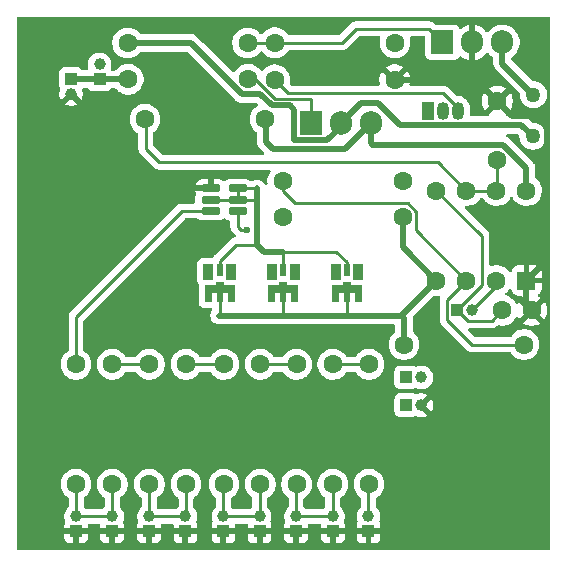
<source format=gbr>
%TF.GenerationSoftware,KiCad,Pcbnew,9.0.2*%
%TF.CreationDate,2025-07-18T12:05:27+02:00*%
%TF.ProjectId,Ligther,4c696774-6865-4722-9e6b-696361645f70,rev?*%
%TF.SameCoordinates,Original*%
%TF.FileFunction,Copper,L1,Top*%
%TF.FilePolarity,Positive*%
%FSLAX46Y46*%
G04 Gerber Fmt 4.6, Leading zero omitted, Abs format (unit mm)*
G04 Created by KiCad (PCBNEW 9.0.2) date 2025-07-18 12:05:27*
%MOMM*%
%LPD*%
G01*
G04 APERTURE LIST*
G04 Aperture macros list*
%AMRoundRect*
0 Rectangle with rounded corners*
0 $1 Rounding radius*
0 $2 $3 $4 $5 $6 $7 $8 $9 X,Y pos of 4 corners*
0 Add a 4 corners polygon primitive as box body*
4,1,4,$2,$3,$4,$5,$6,$7,$8,$9,$2,$3,0*
0 Add four circle primitives for the rounded corners*
1,1,$1+$1,$2,$3*
1,1,$1+$1,$4,$5*
1,1,$1+$1,$6,$7*
1,1,$1+$1,$8,$9*
0 Add four rect primitives between the rounded corners*
20,1,$1+$1,$2,$3,$4,$5,0*
20,1,$1+$1,$4,$5,$6,$7,0*
20,1,$1+$1,$6,$7,$8,$9,0*
20,1,$1+$1,$8,$9,$2,$3,0*%
%AMFreePoly0*
4,1,17,0.300000,0.325000,1.250000,0.325000,1.250000,-1.125000,0.650000,-1.125000,0.650000,-0.325000,0.250000,-0.325000,0.250000,-1.125000,-0.250000,-1.125000,-0.250000,-0.325000,-0.650000,-0.325000,-0.650000,-1.125000,-1.250000,-1.125000,-1.250000,0.325000,-0.300000,0.325000,-0.300000,0.575000,0.300000,0.575000,0.300000,0.325000,0.300000,0.325000,$1*%
G04 Aperture macros list end*
%TA.AperFunction,ComponentPad*%
%ADD10C,1.600000*%
%TD*%
%TA.AperFunction,ComponentPad*%
%ADD11R,1.000000X1.000000*%
%TD*%
%TA.AperFunction,ComponentPad*%
%ADD12C,1.000000*%
%TD*%
%TA.AperFunction,SMDPad,CuDef*%
%ADD13R,0.900000X1.350000*%
%TD*%
%TA.AperFunction,SMDPad,CuDef*%
%ADD14R,0.500000X1.050000*%
%TD*%
%TA.AperFunction,SMDPad,CuDef*%
%ADD15FreePoly0,0.000000*%
%TD*%
%TA.AperFunction,SMDPad,CuDef*%
%ADD16RoundRect,0.150000X0.650000X0.150000X-0.650000X0.150000X-0.650000X-0.150000X0.650000X-0.150000X0*%
%TD*%
%TA.AperFunction,ComponentPad*%
%ADD17R,1.905000X2.000000*%
%TD*%
%TA.AperFunction,ComponentPad*%
%ADD18O,1.905000X2.000000*%
%TD*%
%TA.AperFunction,ComponentPad*%
%ADD19RoundRect,0.250000X0.550000X-0.550000X0.550000X0.550000X-0.550000X0.550000X-0.550000X-0.550000X0*%
%TD*%
%TA.AperFunction,ComponentPad*%
%ADD20R,1.050000X1.500000*%
%TD*%
%TA.AperFunction,ComponentPad*%
%ADD21O,1.050000X1.500000*%
%TD*%
%TA.AperFunction,ViaPad*%
%ADD22C,1.270000*%
%TD*%
%TA.AperFunction,ViaPad*%
%ADD23C,0.600000*%
%TD*%
%TA.AperFunction,Conductor*%
%ADD24C,0.254000*%
%TD*%
%TA.AperFunction,Conductor*%
%ADD25C,0.508000*%
%TD*%
G04 APERTURE END LIST*
D10*
%TO.P,R17,1*%
%TO.N,GNDPWR*%
X109420000Y-38750000D03*
%TO.P,R17,2*%
%TO.N,Net-(Q3-E)*%
X99260000Y-38750000D03*
%TD*%
D11*
%TO.P,JP12,1,A*%
%TO.N,Net-(JP11-A)*%
X82020000Y-38690000D03*
D12*
%TO.P,JP12,2,B*%
%TO.N,GNDPWR*%
X82020000Y-39960000D03*
%TD*%
D10*
%TO.P,SW1,1,1*%
%TO.N,+6V*%
X86800000Y-35620000D03*
%TO.P,SW1,2,2*%
%TO.N,Net-(Q2-GATE)*%
X96960000Y-35620000D03*
%TD*%
%TO.P,R7,2*%
%TO.N,Net-(U2-Rext)*%
X82440000Y-62840000D03*
%TO.P,R7,1*%
%TO.N,Net-(JP2-B)*%
X82440000Y-73000000D03*
%TD*%
D13*
%TO.P,D1,1,T*%
%TO.N,unconnected-(D1-T-Pad1)*%
X99050000Y-55000000D03*
D14*
%TO.P,D1,2,R*%
%TO.N,/LED_C*%
X100000000Y-54850000D03*
D13*
%TO.P,D1,3,B*%
%TO.N,unconnected-(D1-B-Pad3)*%
X100950000Y-55000000D03*
D15*
%TO.P,D1,4,A*%
%TO.N,+6VS*%
X100000000Y-56450000D03*
%TD*%
D10*
%TO.P,R13,2*%
%TO.N,Net-(R13-Pad2)*%
X98040000Y-62840000D03*
%TO.P,R13,1*%
%TO.N,Net-(JP6-B)*%
X98040000Y-73000000D03*
%TD*%
D11*
%TO.P,JP6,1,A*%
%TO.N,GNDPWR*%
X94920000Y-76980000D03*
D12*
%TO.P,JP6,2,B*%
%TO.N,Net-(JP6-B)*%
X94920000Y-75710000D03*
%TD*%
D10*
%TO.P,R15,2*%
%TO.N,Net-(R15-Pad2)*%
X104180000Y-62840000D03*
%TO.P,R15,1*%
%TO.N,Net-(JP8-B)*%
X104180000Y-73000000D03*
%TD*%
D12*
%TO.P,JP13,2,B*%
%TO.N,GND*%
X111670000Y-63940000D03*
D11*
%TO.P,JP13,1,A*%
%TO.N,Net-(JP13-A)*%
X110400000Y-63940000D03*
%TD*%
%TO.P,JP1,1,A*%
%TO.N,Net-(JP1-A)*%
X114705000Y-58250000D03*
D12*
%TO.P,JP1,2,B*%
%TO.N,Net-(JP1-B)*%
X115975000Y-58250000D03*
%TD*%
D11*
%TO.P,JP10,1,A*%
%TO.N,GNDPWR*%
X107200000Y-76980000D03*
D12*
%TO.P,JP10,2,B*%
%TO.N,Net-(JP10-B)*%
X107200000Y-75710000D03*
%TD*%
D11*
%TO.P,JP14,1,A*%
%TO.N,Net-(JP13-A)*%
X110400000Y-66300000D03*
D12*
%TO.P,JP14,2,B*%
%TO.N,GNDPWR*%
X111670000Y-66300000D03*
%TD*%
D10*
%TO.P,R11,2*%
%TO.N,Net-(R11-Pad2)*%
X91760000Y-62840000D03*
%TO.P,R11,1*%
%TO.N,Net-(JP4-B)*%
X91760000Y-73000000D03*
%TD*%
D13*
%TO.P,D2,1,T*%
%TO.N,unconnected-(D2-T-Pad1)*%
X104430000Y-55000000D03*
D14*
%TO.P,D2,2,R*%
%TO.N,/LED_C*%
X105380000Y-54850000D03*
D13*
%TO.P,D2,3,B*%
%TO.N,unconnected-(D2-B-Pad3)*%
X106330000Y-55000000D03*
D15*
%TO.P,D2,4,A*%
%TO.N,+6VS*%
X105380000Y-56450000D03*
%TD*%
D10*
%TO.P,R9,2*%
%TO.N,Net-(R8-Pad2)*%
X88650000Y-62840000D03*
%TO.P,R9,1*%
%TO.N,Net-(JP4-B)*%
X88650000Y-73000000D03*
%TD*%
%TO.P,R12,2*%
%TO.N,Net-(R11-Pad2)*%
X94960000Y-62840000D03*
%TO.P,R12,1*%
%TO.N,Net-(JP6-B)*%
X94960000Y-73000000D03*
%TD*%
D11*
%TO.P,JP8,1,A*%
%TO.N,GNDPWR*%
X101070000Y-76980000D03*
D12*
%TO.P,JP8,2,B*%
%TO.N,Net-(JP8-B)*%
X101070000Y-75710000D03*
%TD*%
D11*
%TO.P,JP9,1,A*%
%TO.N,GNDPWR*%
X104180000Y-76980000D03*
D12*
%TO.P,JP9,2,B*%
%TO.N,Net-(JP8-B)*%
X104180000Y-75710000D03*
%TD*%
D11*
%TO.P,JP7,1,A*%
%TO.N,GNDPWR*%
X97980000Y-76980000D03*
D12*
%TO.P,JP7,2,B*%
%TO.N,Net-(JP6-B)*%
X97980000Y-75710000D03*
%TD*%
D11*
%TO.P,JP2,1,A*%
%TO.N,GNDPWR*%
X82460000Y-76980000D03*
D12*
%TO.P,JP2,2,B*%
%TO.N,Net-(JP2-B)*%
X82460000Y-75710000D03*
%TD*%
D10*
%TO.P,R16,2*%
%TO.N,Net-(R15-Pad2)*%
X107240000Y-62840000D03*
%TO.P,R16,1*%
%TO.N,Net-(JP10-B)*%
X107240000Y-73000000D03*
%TD*%
D11*
%TO.P,JP11,1,A*%
%TO.N,Net-(JP11-A)*%
X84440000Y-38720000D03*
D12*
%TO.P,JP11,2,B*%
%TO.N,GND*%
X84440000Y-37450000D03*
%TD*%
D11*
%TO.P,JP4,1,A*%
%TO.N,GNDPWR*%
X88630000Y-76980000D03*
D12*
%TO.P,JP4,2,B*%
%TO.N,Net-(JP4-B)*%
X88630000Y-75710000D03*
%TD*%
D11*
%TO.P,JP5,1,A*%
%TO.N,GNDPWR*%
X91700000Y-76980000D03*
D12*
%TO.P,JP5,2,B*%
%TO.N,Net-(JP4-B)*%
X91700000Y-75710000D03*
%TD*%
D10*
%TO.P,R8,2*%
%TO.N,Net-(R8-Pad2)*%
X85510000Y-62840000D03*
%TO.P,R8,1*%
%TO.N,Net-(JP2-B)*%
X85510000Y-73000000D03*
%TD*%
D16*
%TO.P,U2,1,EN*%
%TO.N,Net-(Q3-C)*%
X96130000Y-49850000D03*
%TO.P,U2,2,OUT*%
%TO.N,/LED_C*%
X96130000Y-48900000D03*
%TO.P,U2,3,OUT*%
X96130000Y-47950000D03*
%TO.P,U2,4,GND*%
%TO.N,GNDPWR*%
X93830000Y-47950000D03*
%TO.P,U2,5,OUT*%
%TO.N,/LED_C*%
X93830000Y-48900000D03*
%TO.P,U2,6,Rext*%
%TO.N,Net-(U2-Rext)*%
X93830000Y-49850000D03*
%TD*%
D10*
%TO.P,R14,2*%
%TO.N,Net-(R13-Pad2)*%
X101110000Y-62840000D03*
%TO.P,R14,1*%
%TO.N,Net-(JP8-B)*%
X101110000Y-73000000D03*
%TD*%
D11*
%TO.P,JP3,1,A*%
%TO.N,GNDPWR*%
X85500000Y-76980000D03*
D12*
%TO.P,JP3,2,B*%
%TO.N,Net-(JP2-B)*%
X85500000Y-75710000D03*
%TD*%
D13*
%TO.P,D3,1,T*%
%TO.N,unconnected-(D3-T-Pad1)*%
X93650000Y-55000000D03*
D14*
%TO.P,D3,2,R*%
%TO.N,/LED_C*%
X94600000Y-54850000D03*
D13*
%TO.P,D3,3,B*%
%TO.N,unconnected-(D3-B-Pad3)*%
X95550000Y-55000000D03*
D15*
%TO.P,D3,4,A*%
%TO.N,+6VS*%
X94600000Y-56450000D03*
%TD*%
D10*
%TO.P,R1,1*%
%TO.N,Net-(JP11-A)*%
X86860000Y-38710000D03*
%TO.P,R1,2*%
%TO.N,Net-(Q1-G)*%
X97020000Y-38710000D03*
%TD*%
D17*
%TO.P,Q1,1,G*%
%TO.N,Net-(Q1-G)*%
X102320000Y-42420000D03*
D18*
%TO.P,Q1,2,D*%
%TO.N,+6V*%
X104860000Y-42420000D03*
%TO.P,Q1,3,S*%
%TO.N,+6VS*%
X107400000Y-42420000D03*
%TD*%
D10*
%TO.P,R2,1*%
%TO.N,+6VS*%
X110220000Y-61160000D03*
%TO.P,R2,2*%
%TO.N,Net-(U1-Q)*%
X120380000Y-61160000D03*
%TD*%
%TO.P,R6,1*%
%TO.N,Net-(Q3-C)*%
X99960000Y-50370000D03*
%TO.P,R6,2*%
%TO.N,+6VS*%
X110120000Y-50370000D03*
%TD*%
D19*
%TO.P,U1,1,GND*%
%TO.N,GNDPWR*%
X120580000Y-55740000D03*
D10*
%TO.P,U1,2,TR*%
%TO.N,Net-(JP1-B)*%
X118040000Y-55740000D03*
%TO.P,U1,3,Q*%
%TO.N,Net-(U1-Q)*%
X115500000Y-55740000D03*
%TO.P,U1,4,R*%
%TO.N,+6VS*%
X112960000Y-55740000D03*
%TO.P,U1,5,CV*%
%TO.N,Net-(JP1-A)*%
X112960000Y-48120000D03*
%TO.P,U1,6,THR*%
%TO.N,Net-(U1-DIS)*%
X115500000Y-48120000D03*
%TO.P,U1,7,DIS*%
X118040000Y-48120000D03*
%TO.P,U1,8,VCC*%
%TO.N,+6VS*%
X120580000Y-48120000D03*
%TD*%
%TO.P,R3,1*%
%TO.N,GND*%
X109440000Y-35610000D03*
%TO.P,R3,2*%
%TO.N,Net-(Q2-GATE)*%
X99280000Y-35610000D03*
%TD*%
D20*
%TO.P,Q3,1,C*%
%TO.N,Net-(Q3-C)*%
X112220000Y-41360000D03*
D21*
%TO.P,Q3,2,B*%
%TO.N,Net-(Q3-B)*%
X113490000Y-41360000D03*
%TO.P,Q3,3,E*%
%TO.N,Net-(Q3-E)*%
X114760000Y-41360000D03*
%TD*%
D10*
%TO.P,C1,1*%
%TO.N,Net-(JP1-A)*%
X118520000Y-58270000D03*
%TO.P,C1,2*%
%TO.N,GNDPWR*%
X121020000Y-58270000D03*
%TD*%
%TO.P,C2,1*%
%TO.N,Net-(U1-DIS)*%
X118120000Y-45560000D03*
%TO.P,C2,2*%
%TO.N,GNDPWR*%
X118120000Y-40560000D03*
%TD*%
%TO.P,R5,1*%
%TO.N,Net-(U1-DIS)*%
X88280000Y-42100000D03*
%TO.P,R5,2*%
%TO.N,+6VS*%
X98440000Y-42100000D03*
%TD*%
D17*
%TO.P,Q2,1,GATE*%
%TO.N,Net-(Q2-GATE)*%
X113460000Y-35570000D03*
D18*
%TO.P,Q2,2,DRAIN*%
%TO.N,GNDPWR*%
X116000000Y-35570000D03*
%TO.P,Q2,3,SOURCE*%
%TO.N,GND*%
X118540000Y-35570000D03*
%TD*%
D10*
%TO.P,R4,1*%
%TO.N,Net-(U1-Q)*%
X99950000Y-47320000D03*
%TO.P,R4,2*%
%TO.N,Net-(Q3-B)*%
X110110000Y-47320000D03*
%TD*%
D22*
%TO.N,GND*%
X121170000Y-40000000D03*
%TO.N,+6V*%
X121120000Y-43530000D03*
D23*
%TO.N,Net-(Q3-C)*%
X96920000Y-51480000D03*
%TD*%
D24*
%TO.N,Net-(U2-Rext)*%
X91410000Y-49850000D02*
X93830000Y-49850000D01*
X82440000Y-58820000D02*
X91410000Y-49850000D01*
X82440000Y-62840000D02*
X82440000Y-58820000D01*
%TO.N,Net-(U1-Q)*%
X99950000Y-48170000D02*
X99950000Y-47320000D01*
X111248000Y-49902767D02*
X110515233Y-49170000D01*
X111248000Y-51488000D02*
X111248000Y-49902767D01*
X110515233Y-49170000D02*
X100950000Y-49170000D01*
X100950000Y-49170000D02*
X99950000Y-48170000D01*
X115500000Y-55740000D02*
X111248000Y-51488000D01*
D25*
%TO.N,+6VS*%
X110130000Y-52910000D02*
X112960000Y-55740000D01*
X110130000Y-50380000D02*
X110130000Y-52910000D01*
X110120000Y-50370000D02*
X110130000Y-50380000D01*
D24*
%TO.N,Net-(U1-DIS)*%
X88340000Y-44580000D02*
X88340000Y-42100000D01*
X113110000Y-45730000D02*
X89490000Y-45730000D01*
X89490000Y-45730000D02*
X88340000Y-44580000D01*
X88340000Y-42100000D02*
X88370000Y-42070000D01*
X115500000Y-48120000D02*
X113110000Y-45730000D01*
D25*
%TO.N,+6VS*%
X98530000Y-44020000D02*
X98530000Y-42070000D01*
X105236000Y-44584000D02*
X99094000Y-44584000D01*
X99094000Y-44584000D02*
X98530000Y-44020000D01*
X107400000Y-42420000D02*
X105236000Y-44584000D01*
%TO.N,+6V*%
X92155161Y-35620000D02*
X86800000Y-35620000D01*
X96500161Y-39965000D02*
X92155161Y-35620000D01*
X98056695Y-39965000D02*
X96500161Y-39965000D01*
X100912500Y-43875000D02*
X100912500Y-41302500D01*
X99006695Y-40915000D02*
X98056695Y-39965000D01*
X103727500Y-43875000D02*
X100912500Y-43875000D01*
X100912500Y-41302500D02*
X100525000Y-40915000D01*
X100525000Y-40915000D02*
X99006695Y-40915000D01*
X104860000Y-42742500D02*
X103727500Y-43875000D01*
X104860000Y-42420000D02*
X104860000Y-42742500D01*
D24*
%TO.N,Net-(Q1-G)*%
X102320000Y-40333000D02*
X102320000Y-42420000D01*
X99247767Y-40333000D02*
X102320000Y-40333000D01*
X97624767Y-38710000D02*
X99247767Y-40333000D01*
X97020000Y-38710000D02*
X97624767Y-38710000D01*
%TO.N,Net-(JP1-A)*%
X116820000Y-51980000D02*
X112960000Y-48120000D01*
X116820000Y-56135000D02*
X116820000Y-51980000D01*
X114705000Y-58250000D02*
X116820000Y-56135000D01*
%TO.N,Net-(U1-Q)*%
X113877000Y-57363000D02*
X115500000Y-55740000D01*
X113877000Y-59078000D02*
X113877000Y-57363000D01*
X115959000Y-61160000D02*
X113877000Y-59078000D01*
X120380000Y-61160000D02*
X115959000Y-61160000D01*
D25*
%TO.N,+6V*%
X109895000Y-42565000D02*
X108020000Y-40690000D01*
X106590000Y-40690000D02*
X104860000Y-42420000D01*
X120155000Y-42565000D02*
X109895000Y-42565000D01*
X108020000Y-40690000D02*
X106590000Y-40690000D01*
X121120000Y-43530000D02*
X120155000Y-42565000D01*
%TO.N,+6VS*%
X109990000Y-58720000D02*
X110220000Y-58950000D01*
X109990000Y-58710000D02*
X109990000Y-58720000D01*
X110220000Y-58950000D02*
X110220000Y-61160000D01*
X112960000Y-55740000D02*
X109990000Y-58710000D01*
X105320000Y-58710000D02*
X109990000Y-58710000D01*
D24*
%TO.N,Net-(U1-Q)*%
X120380000Y-61160000D02*
X119892000Y-60672000D01*
D25*
%TO.N,GNDPWR*%
X122340000Y-53980000D02*
X120580000Y-55740000D01*
X121790000Y-41810000D02*
X122340000Y-42360000D01*
X119370000Y-41810000D02*
X121790000Y-41810000D01*
X118120000Y-40560000D02*
X119370000Y-41810000D01*
X122340000Y-42360000D02*
X122340000Y-53980000D01*
%TO.N,GND*%
X118540000Y-37370000D02*
X118540000Y-35570000D01*
X121170000Y-40000000D02*
X118540000Y-37370000D01*
%TO.N,GNDPWR*%
X116000000Y-35570000D02*
X116000000Y-38680000D01*
X116070000Y-38750000D02*
X116310000Y-38750000D01*
X116000000Y-38680000D02*
X116070000Y-38750000D01*
%TO.N,+6VS*%
X107500000Y-44210000D02*
X107400000Y-44110000D01*
X107500000Y-44240000D02*
X107500000Y-44210000D01*
X107400000Y-44110000D02*
X107400000Y-42420000D01*
X118574839Y-44240000D02*
X107500000Y-44240000D01*
X120580000Y-46245161D02*
X118574839Y-44240000D01*
X120580000Y-48120000D02*
X120580000Y-46245161D01*
%TO.N,Net-(JP11-A)*%
X86850000Y-38720000D02*
X86860000Y-38710000D01*
X84440000Y-38720000D02*
X86850000Y-38720000D01*
X84410000Y-38690000D02*
X84440000Y-38720000D01*
X82020000Y-38690000D02*
X84410000Y-38690000D01*
%TO.N,GNDPWR*%
X90010000Y-47950000D02*
X90525161Y-47950000D01*
X82020000Y-39960000D02*
X90010000Y-47950000D01*
X93830000Y-47950000D02*
X90525161Y-47950000D01*
X120580000Y-57830000D02*
X121020000Y-58270000D01*
X120580000Y-55740000D02*
X120580000Y-57830000D01*
X116310000Y-38750000D02*
X118120000Y-40560000D01*
X109420000Y-38750000D02*
X116070000Y-38750000D01*
D24*
%TO.N,Net-(Q3-E)*%
X113503000Y-39878000D02*
X114760000Y-41135000D01*
X100388000Y-39878000D02*
X113503000Y-39878000D01*
X114760000Y-41135000D02*
X114760000Y-41360000D01*
X99260000Y-38750000D02*
X100388000Y-39878000D01*
X114760000Y-41100000D02*
X114760000Y-41360000D01*
%TO.N,GNDPWR*%
X104180000Y-76960000D02*
X107200000Y-76960000D01*
X82460000Y-76980000D02*
X85500000Y-76980000D01*
X88640000Y-76980000D02*
X91750000Y-76980000D01*
X121020000Y-56180000D02*
X120580000Y-55740000D01*
X97960000Y-76980000D02*
X97980000Y-76960000D01*
X94920000Y-76980000D02*
X97960000Y-76980000D01*
X85500000Y-76980000D02*
X88640000Y-76980000D01*
X101070000Y-76960000D02*
X104180000Y-76960000D01*
X97980000Y-76960000D02*
X101070000Y-76960000D01*
%TO.N,Net-(Q3-E)*%
X114770000Y-41370000D02*
X114760000Y-41360000D01*
%TO.N,Net-(JP1-A)*%
X115587000Y-59132000D02*
X114705000Y-58250000D01*
X118520000Y-58270000D02*
X117658000Y-59132000D01*
X117658000Y-59132000D02*
X115587000Y-59132000D01*
%TO.N,Net-(U1-DIS)*%
X118120000Y-48040000D02*
X118040000Y-48120000D01*
X118120000Y-45560000D02*
X118120000Y-48040000D01*
X115500000Y-48120000D02*
X118040000Y-48120000D01*
%TO.N,+6VS*%
X105380000Y-56450000D02*
X105380000Y-58650000D01*
X105380000Y-58650000D02*
X105320000Y-58710000D01*
D25*
X105320000Y-58710000D02*
X100010000Y-58710000D01*
D24*
X94600000Y-56450000D02*
X94600000Y-58680000D01*
X94600000Y-58680000D02*
X94570000Y-58710000D01*
X100000000Y-56450000D02*
X100000000Y-58700000D01*
X100000000Y-58700000D02*
X100010000Y-58710000D01*
D25*
X100010000Y-58710000D02*
X94570000Y-58710000D01*
D24*
%TO.N,Net-(JP1-B)*%
X115975000Y-58250000D02*
X118040000Y-56185000D01*
X118040000Y-56185000D02*
X118040000Y-55740000D01*
%TO.N,Net-(JP2-B)*%
X82460000Y-75710000D02*
X85500000Y-75710000D01*
X85500000Y-75710000D02*
X85500000Y-73010000D01*
X85500000Y-73010000D02*
X85510000Y-73000000D01*
X82460000Y-75710000D02*
X82460000Y-73020000D01*
X82460000Y-73020000D02*
X82440000Y-73000000D01*
%TO.N,Net-(JP4-B)*%
X88640000Y-75710000D02*
X88640000Y-73010000D01*
X91750000Y-73010000D02*
X91760000Y-73000000D01*
X88640000Y-73010000D02*
X88650000Y-73000000D01*
X91750000Y-75710000D02*
X91750000Y-73010000D01*
X88640000Y-75710000D02*
X91750000Y-75710000D01*
%TO.N,Net-(JP6-B)*%
X94920000Y-75710000D02*
X94920000Y-73040000D01*
X97980000Y-75690000D02*
X94940000Y-75690000D01*
X94940000Y-75690000D02*
X94920000Y-75710000D01*
X97980000Y-73060000D02*
X98040000Y-73000000D01*
X94920000Y-73040000D02*
X94960000Y-73000000D01*
X97980000Y-75690000D02*
X97980000Y-73060000D01*
%TO.N,Net-(JP8-B)*%
X104180000Y-75690000D02*
X104180000Y-73000000D01*
X101070000Y-75690000D02*
X101070000Y-73040000D01*
X101070000Y-73040000D02*
X101110000Y-73000000D01*
X101070000Y-75690000D02*
X104180000Y-75690000D01*
%TO.N,Net-(JP10-B)*%
X107200000Y-73040000D02*
X107240000Y-73000000D01*
X107200000Y-75690000D02*
X107200000Y-73040000D01*
%TO.N,Net-(Q2-GATE)*%
X112318000Y-34428000D02*
X113460000Y-35570000D01*
X104940000Y-35610000D02*
X106122000Y-34428000D01*
X96960000Y-35620000D02*
X99270000Y-35620000D01*
X99280000Y-35610000D02*
X104940000Y-35610000D01*
X106122000Y-34428000D02*
X112318000Y-34428000D01*
X99270000Y-35620000D02*
X99280000Y-35610000D01*
%TO.N,Net-(Q3-C)*%
X96440000Y-51480000D02*
X96130000Y-51170000D01*
X96920000Y-51480000D02*
X96440000Y-51480000D01*
X96130000Y-51170000D02*
X96130000Y-49850000D01*
%TO.N,Net-(R8-Pad2)*%
X85510000Y-62840000D02*
X88650000Y-62840000D01*
%TO.N,Net-(R11-Pad2)*%
X91760000Y-62840000D02*
X94960000Y-62840000D01*
%TO.N,Net-(R13-Pad2)*%
X98040000Y-62840000D02*
X101110000Y-62840000D01*
%TO.N,Net-(R15-Pad2)*%
X104180000Y-62840000D02*
X107240000Y-62840000D01*
D25*
%TO.N,/LED_C*%
X98390000Y-53320000D02*
X100000000Y-53320000D01*
D24*
X96130000Y-47950000D02*
X97780000Y-47950000D01*
X96130000Y-47950000D02*
X96130000Y-48900000D01*
X97760000Y-48900000D02*
X97780000Y-48880000D01*
X95951000Y-52710000D02*
X97780000Y-52710000D01*
X105380000Y-54850000D02*
X105380000Y-54210000D01*
X96130000Y-48900000D02*
X97760000Y-48900000D01*
D25*
X97780000Y-47950000D02*
X97780000Y-48880000D01*
D24*
X94600000Y-54850000D02*
X94600000Y-54061000D01*
X105380000Y-54210000D02*
X104480000Y-53310000D01*
X93830000Y-48900000D02*
X96130000Y-48900000D01*
X104480000Y-53310000D02*
X99990000Y-53310000D01*
D25*
X97780000Y-48880000D02*
X97780000Y-52710000D01*
D24*
X94600000Y-54061000D02*
X95951000Y-52710000D01*
X99990000Y-53310000D02*
X100000000Y-53320000D01*
X100000000Y-53320000D02*
X100000000Y-54850000D01*
D25*
X97780000Y-52710000D02*
X98390000Y-53320000D01*
%TD*%
%TA.AperFunction,Conductor*%
%TO.N,GNDPWR*%
G36*
X119287121Y-56477011D02*
G01*
X119318407Y-56526932D01*
X119345641Y-56609119D01*
X119345643Y-56609124D01*
X119437684Y-56758345D01*
X119561654Y-56882315D01*
X119710875Y-56974356D01*
X119710880Y-56974358D01*
X119877302Y-57029505D01*
X119877309Y-57029506D01*
X119980019Y-57039999D01*
X120171780Y-57039999D01*
X120238820Y-57059683D01*
X120284575Y-57112487D01*
X120295399Y-57173728D01*
X120294077Y-57190524D01*
X120973554Y-57870000D01*
X120967339Y-57870000D01*
X120865606Y-57897259D01*
X120774394Y-57949920D01*
X120699920Y-58024394D01*
X120647259Y-58115606D01*
X120620000Y-58217339D01*
X120620000Y-58223553D01*
X119940524Y-57544077D01*
X119940523Y-57544077D01*
X119908143Y-57588644D01*
X119880765Y-57642378D01*
X119832790Y-57693174D01*
X119764969Y-57709969D01*
X119698834Y-57687431D01*
X119659795Y-57642378D01*
X119632284Y-57588385D01*
X119511971Y-57422786D01*
X119367213Y-57278028D01*
X119201613Y-57157715D01*
X119201612Y-57157714D01*
X119201610Y-57157713D01*
X119144653Y-57128691D01*
X119019223Y-57064781D01*
X118842936Y-57007502D01*
X118785261Y-56968064D01*
X118758063Y-56903705D01*
X118769978Y-56834859D01*
X118808371Y-56789252D01*
X118887215Y-56731969D01*
X118887215Y-56731968D01*
X118887219Y-56731966D01*
X119031966Y-56587219D01*
X119100383Y-56493050D01*
X119155712Y-56450385D01*
X119225325Y-56444406D01*
X119287121Y-56477011D01*
G37*
%TD.AperFunction*%
%TA.AperFunction,Conductor*%
G36*
X122542539Y-33420185D02*
G01*
X122588294Y-33472989D01*
X122599500Y-33524500D01*
X122599500Y-78475500D01*
X122579815Y-78542539D01*
X122527011Y-78588294D01*
X122475500Y-78599500D01*
X77524500Y-78599500D01*
X77457461Y-78579815D01*
X77411706Y-78527011D01*
X77400500Y-78475500D01*
X77400500Y-77527844D01*
X81460000Y-77527844D01*
X81466401Y-77587372D01*
X81466403Y-77587379D01*
X81516645Y-77722086D01*
X81516649Y-77722093D01*
X81602809Y-77837187D01*
X81602812Y-77837190D01*
X81717906Y-77923350D01*
X81717913Y-77923354D01*
X81852620Y-77973596D01*
X81852627Y-77973598D01*
X81912155Y-77979999D01*
X81912172Y-77980000D01*
X82210000Y-77980000D01*
X82710000Y-77980000D01*
X83007828Y-77980000D01*
X83007844Y-77979999D01*
X83067372Y-77973598D01*
X83067379Y-77973596D01*
X83202086Y-77923354D01*
X83202093Y-77923350D01*
X83317187Y-77837190D01*
X83317190Y-77837187D01*
X83403350Y-77722093D01*
X83403354Y-77722086D01*
X83453596Y-77587379D01*
X83453598Y-77587372D01*
X83459999Y-77527844D01*
X84500000Y-77527844D01*
X84506401Y-77587372D01*
X84506403Y-77587379D01*
X84556645Y-77722086D01*
X84556649Y-77722093D01*
X84642809Y-77837187D01*
X84642812Y-77837190D01*
X84757906Y-77923350D01*
X84757913Y-77923354D01*
X84892620Y-77973596D01*
X84892627Y-77973598D01*
X84952155Y-77979999D01*
X84952172Y-77980000D01*
X85250000Y-77980000D01*
X85750000Y-77980000D01*
X86047828Y-77980000D01*
X86047844Y-77979999D01*
X86107372Y-77973598D01*
X86107379Y-77973596D01*
X86242086Y-77923354D01*
X86242093Y-77923350D01*
X86357187Y-77837190D01*
X86357190Y-77837187D01*
X86443350Y-77722093D01*
X86443354Y-77722086D01*
X86493596Y-77587379D01*
X86493598Y-77587372D01*
X86499999Y-77527844D01*
X87630000Y-77527844D01*
X87636401Y-77587372D01*
X87636403Y-77587379D01*
X87686645Y-77722086D01*
X87686649Y-77722093D01*
X87772809Y-77837187D01*
X87772812Y-77837190D01*
X87887906Y-77923350D01*
X87887913Y-77923354D01*
X88022620Y-77973596D01*
X88022627Y-77973598D01*
X88082155Y-77979999D01*
X88082172Y-77980000D01*
X88380000Y-77980000D01*
X88880000Y-77980000D01*
X89177828Y-77980000D01*
X89177844Y-77979999D01*
X89237372Y-77973598D01*
X89237379Y-77973596D01*
X89372086Y-77923354D01*
X89372093Y-77923350D01*
X89487187Y-77837190D01*
X89487190Y-77837187D01*
X89573350Y-77722093D01*
X89573354Y-77722086D01*
X89623596Y-77587379D01*
X89623598Y-77587372D01*
X89629999Y-77527844D01*
X90700000Y-77527844D01*
X90706401Y-77587372D01*
X90706403Y-77587379D01*
X90756645Y-77722086D01*
X90756649Y-77722093D01*
X90842809Y-77837187D01*
X90842812Y-77837190D01*
X90957906Y-77923350D01*
X90957913Y-77923354D01*
X91092620Y-77973596D01*
X91092627Y-77973598D01*
X91152155Y-77979999D01*
X91152172Y-77980000D01*
X91450000Y-77980000D01*
X91950000Y-77980000D01*
X92247828Y-77980000D01*
X92247844Y-77979999D01*
X92307372Y-77973598D01*
X92307379Y-77973596D01*
X92442086Y-77923354D01*
X92442093Y-77923350D01*
X92557187Y-77837190D01*
X92557190Y-77837187D01*
X92643350Y-77722093D01*
X92643354Y-77722086D01*
X92693596Y-77587379D01*
X92693598Y-77587372D01*
X92699999Y-77527844D01*
X93920000Y-77527844D01*
X93926401Y-77587372D01*
X93926403Y-77587379D01*
X93976645Y-77722086D01*
X93976649Y-77722093D01*
X94062809Y-77837187D01*
X94062812Y-77837190D01*
X94177906Y-77923350D01*
X94177913Y-77923354D01*
X94312620Y-77973596D01*
X94312627Y-77973598D01*
X94372155Y-77979999D01*
X94372172Y-77980000D01*
X94670000Y-77980000D01*
X95170000Y-77980000D01*
X95467828Y-77980000D01*
X95467844Y-77979999D01*
X95527372Y-77973598D01*
X95527379Y-77973596D01*
X95662086Y-77923354D01*
X95662093Y-77923350D01*
X95777187Y-77837190D01*
X95777190Y-77837187D01*
X95863350Y-77722093D01*
X95863354Y-77722086D01*
X95913596Y-77587379D01*
X95913598Y-77587372D01*
X95919999Y-77527844D01*
X96980000Y-77527844D01*
X96986401Y-77587372D01*
X96986403Y-77587379D01*
X97036645Y-77722086D01*
X97036649Y-77722093D01*
X97122809Y-77837187D01*
X97122812Y-77837190D01*
X97237906Y-77923350D01*
X97237913Y-77923354D01*
X97372620Y-77973596D01*
X97372627Y-77973598D01*
X97432155Y-77979999D01*
X97432172Y-77980000D01*
X97730000Y-77980000D01*
X98230000Y-77980000D01*
X98527828Y-77980000D01*
X98527844Y-77979999D01*
X98587372Y-77973598D01*
X98587379Y-77973596D01*
X98722086Y-77923354D01*
X98722093Y-77923350D01*
X98837187Y-77837190D01*
X98837190Y-77837187D01*
X98923350Y-77722093D01*
X98923354Y-77722086D01*
X98973596Y-77587379D01*
X98973598Y-77587372D01*
X98979999Y-77527844D01*
X100070000Y-77527844D01*
X100076401Y-77587372D01*
X100076403Y-77587379D01*
X100126645Y-77722086D01*
X100126649Y-77722093D01*
X100212809Y-77837187D01*
X100212812Y-77837190D01*
X100327906Y-77923350D01*
X100327913Y-77923354D01*
X100462620Y-77973596D01*
X100462627Y-77973598D01*
X100522155Y-77979999D01*
X100522172Y-77980000D01*
X100820000Y-77980000D01*
X101320000Y-77980000D01*
X101617828Y-77980000D01*
X101617844Y-77979999D01*
X101677372Y-77973598D01*
X101677379Y-77973596D01*
X101812086Y-77923354D01*
X101812093Y-77923350D01*
X101927187Y-77837190D01*
X101927190Y-77837187D01*
X102013350Y-77722093D01*
X102013354Y-77722086D01*
X102063596Y-77587379D01*
X102063598Y-77587372D01*
X102069999Y-77527844D01*
X103180000Y-77527844D01*
X103186401Y-77587372D01*
X103186403Y-77587379D01*
X103236645Y-77722086D01*
X103236649Y-77722093D01*
X103322809Y-77837187D01*
X103322812Y-77837190D01*
X103437906Y-77923350D01*
X103437913Y-77923354D01*
X103572620Y-77973596D01*
X103572627Y-77973598D01*
X103632155Y-77979999D01*
X103632172Y-77980000D01*
X103930000Y-77980000D01*
X104430000Y-77980000D01*
X104727828Y-77980000D01*
X104727844Y-77979999D01*
X104787372Y-77973598D01*
X104787379Y-77973596D01*
X104922086Y-77923354D01*
X104922093Y-77923350D01*
X105037187Y-77837190D01*
X105037190Y-77837187D01*
X105123350Y-77722093D01*
X105123354Y-77722086D01*
X105173596Y-77587379D01*
X105173598Y-77587372D01*
X105179999Y-77527844D01*
X106200000Y-77527844D01*
X106206401Y-77587372D01*
X106206403Y-77587379D01*
X106256645Y-77722086D01*
X106256649Y-77722093D01*
X106342809Y-77837187D01*
X106342812Y-77837190D01*
X106457906Y-77923350D01*
X106457913Y-77923354D01*
X106592620Y-77973596D01*
X106592627Y-77973598D01*
X106652155Y-77979999D01*
X106652172Y-77980000D01*
X106950000Y-77980000D01*
X107450000Y-77980000D01*
X107747828Y-77980000D01*
X107747844Y-77979999D01*
X107807372Y-77973598D01*
X107807379Y-77973596D01*
X107942086Y-77923354D01*
X107942093Y-77923350D01*
X108057187Y-77837190D01*
X108057190Y-77837187D01*
X108143350Y-77722093D01*
X108143354Y-77722086D01*
X108193596Y-77587379D01*
X108193598Y-77587372D01*
X108199999Y-77527844D01*
X108200000Y-77527827D01*
X108200000Y-77230000D01*
X107450000Y-77230000D01*
X107450000Y-77980000D01*
X106950000Y-77980000D01*
X106950000Y-77230000D01*
X106200000Y-77230000D01*
X106200000Y-77527844D01*
X105179999Y-77527844D01*
X105180000Y-77527827D01*
X105180000Y-77230000D01*
X104430000Y-77230000D01*
X104430000Y-77980000D01*
X103930000Y-77980000D01*
X103930000Y-77230000D01*
X103180000Y-77230000D01*
X103180000Y-77527844D01*
X102069999Y-77527844D01*
X102070000Y-77527827D01*
X102070000Y-77230000D01*
X101320000Y-77230000D01*
X101320000Y-77980000D01*
X100820000Y-77980000D01*
X100820000Y-77230000D01*
X100070000Y-77230000D01*
X100070000Y-77527844D01*
X98979999Y-77527844D01*
X98980000Y-77527827D01*
X98980000Y-77230000D01*
X98230000Y-77230000D01*
X98230000Y-77980000D01*
X97730000Y-77980000D01*
X97730000Y-77230000D01*
X96980000Y-77230000D01*
X96980000Y-77527844D01*
X95919999Y-77527844D01*
X95920000Y-77527827D01*
X95920000Y-77230000D01*
X95170000Y-77230000D01*
X95170000Y-77980000D01*
X94670000Y-77980000D01*
X94670000Y-77230000D01*
X93920000Y-77230000D01*
X93920000Y-77527844D01*
X92699999Y-77527844D01*
X92700000Y-77527827D01*
X92700000Y-77230000D01*
X91950000Y-77230000D01*
X91950000Y-77980000D01*
X91450000Y-77980000D01*
X91450000Y-77230000D01*
X90700000Y-77230000D01*
X90700000Y-77527844D01*
X89629999Y-77527844D01*
X89630000Y-77527827D01*
X89630000Y-77230000D01*
X88880000Y-77230000D01*
X88880000Y-77980000D01*
X88380000Y-77980000D01*
X88380000Y-77230000D01*
X87630000Y-77230000D01*
X87630000Y-77527844D01*
X86499999Y-77527844D01*
X86500000Y-77527827D01*
X86500000Y-77230000D01*
X85750000Y-77230000D01*
X85750000Y-77980000D01*
X85250000Y-77980000D01*
X85250000Y-77230000D01*
X84500000Y-77230000D01*
X84500000Y-77527844D01*
X83459999Y-77527844D01*
X83460000Y-77527827D01*
X83460000Y-77230000D01*
X82710000Y-77230000D01*
X82710000Y-77980000D01*
X82210000Y-77980000D01*
X82210000Y-77230000D01*
X81460000Y-77230000D01*
X81460000Y-77527844D01*
X77400500Y-77527844D01*
X77400500Y-72897648D01*
X81139500Y-72897648D01*
X81139500Y-73102351D01*
X81171522Y-73304534D01*
X81234781Y-73499223D01*
X81327715Y-73681613D01*
X81448028Y-73847213D01*
X81448034Y-73847219D01*
X81592781Y-73991966D01*
X81758390Y-74112287D01*
X81764789Y-74115547D01*
X81815587Y-74163517D01*
X81832500Y-74226034D01*
X81832500Y-74871216D01*
X81812815Y-74938255D01*
X81796181Y-74958897D01*
X81682863Y-75072214D01*
X81682860Y-75072218D01*
X81573371Y-75236079D01*
X81573364Y-75236092D01*
X81497950Y-75418160D01*
X81497947Y-75418170D01*
X81459500Y-75611456D01*
X81459500Y-75611459D01*
X81459500Y-75808541D01*
X81459500Y-75808543D01*
X81459499Y-75808543D01*
X81497947Y-76001829D01*
X81497950Y-76001839D01*
X81540540Y-76104660D01*
X81548009Y-76174129D01*
X81525248Y-76226420D01*
X81516648Y-76237908D01*
X81516645Y-76237913D01*
X81466403Y-76372620D01*
X81466401Y-76372627D01*
X81460000Y-76432155D01*
X81460000Y-76730000D01*
X82250382Y-76730000D01*
X82199936Y-76780446D01*
X82157149Y-76854555D01*
X82135000Y-76937213D01*
X82135000Y-77022787D01*
X82157149Y-77105445D01*
X82199936Y-77179554D01*
X82260446Y-77240064D01*
X82334555Y-77282851D01*
X82417213Y-77305000D01*
X82502787Y-77305000D01*
X82585445Y-77282851D01*
X82659554Y-77240064D01*
X82720064Y-77179554D01*
X82762851Y-77105445D01*
X82785000Y-77022787D01*
X82785000Y-76937213D01*
X82762851Y-76854555D01*
X82720064Y-76780446D01*
X82669618Y-76730000D01*
X83460000Y-76730000D01*
X83460000Y-76461500D01*
X83479685Y-76394461D01*
X83532489Y-76348706D01*
X83584000Y-76337500D01*
X84376000Y-76337500D01*
X84443039Y-76357185D01*
X84488794Y-76409989D01*
X84500000Y-76461500D01*
X84500000Y-76730000D01*
X85290382Y-76730000D01*
X85239936Y-76780446D01*
X85197149Y-76854555D01*
X85175000Y-76937213D01*
X85175000Y-77022787D01*
X85197149Y-77105445D01*
X85239936Y-77179554D01*
X85300446Y-77240064D01*
X85374555Y-77282851D01*
X85457213Y-77305000D01*
X85542787Y-77305000D01*
X85625445Y-77282851D01*
X85699554Y-77240064D01*
X85760064Y-77179554D01*
X85802851Y-77105445D01*
X85825000Y-77022787D01*
X85825000Y-76937213D01*
X85802851Y-76854555D01*
X85760064Y-76780446D01*
X85709618Y-76730000D01*
X86500000Y-76730000D01*
X86500000Y-76432172D01*
X86499999Y-76432155D01*
X86493598Y-76372627D01*
X86493597Y-76372623D01*
X86443350Y-76237907D01*
X86434753Y-76226422D01*
X86410336Y-76160958D01*
X86419458Y-76104663D01*
X86462051Y-76001835D01*
X86500500Y-75808541D01*
X86500500Y-75611459D01*
X86500500Y-75611456D01*
X86462052Y-75418170D01*
X86462051Y-75418169D01*
X86462051Y-75418165D01*
X86462049Y-75418160D01*
X86386635Y-75236092D01*
X86386628Y-75236079D01*
X86277139Y-75072218D01*
X86277136Y-75072214D01*
X86163819Y-74958897D01*
X86130334Y-74897574D01*
X86127500Y-74871216D01*
X86127500Y-74220939D01*
X86147185Y-74153900D01*
X86188503Y-74116540D01*
X86187457Y-74114832D01*
X86191600Y-74112293D01*
X86191604Y-74112289D01*
X86191610Y-74112287D01*
X86357219Y-73991966D01*
X86501966Y-73847219D01*
X86501968Y-73847215D01*
X86501971Y-73847213D01*
X86554732Y-73774590D01*
X86622287Y-73681610D01*
X86715220Y-73499219D01*
X86778477Y-73304534D01*
X86810500Y-73102352D01*
X86810500Y-72897648D01*
X87349500Y-72897648D01*
X87349500Y-73102351D01*
X87381522Y-73304534D01*
X87444781Y-73499223D01*
X87537715Y-73681613D01*
X87658028Y-73847213D01*
X87802784Y-73991969D01*
X87879098Y-74047413D01*
X87961385Y-74107198D01*
X88004051Y-74162526D01*
X88012500Y-74207515D01*
X88012500Y-74861216D01*
X87992815Y-74928255D01*
X87976181Y-74948897D01*
X87852863Y-75072214D01*
X87852860Y-75072218D01*
X87743371Y-75236079D01*
X87743364Y-75236092D01*
X87667950Y-75418160D01*
X87667947Y-75418170D01*
X87629500Y-75611456D01*
X87629500Y-75611459D01*
X87629500Y-75808541D01*
X87629500Y-75808543D01*
X87629499Y-75808543D01*
X87667947Y-76001829D01*
X87667950Y-76001839D01*
X87710540Y-76104660D01*
X87718009Y-76174129D01*
X87695248Y-76226420D01*
X87686648Y-76237908D01*
X87686645Y-76237913D01*
X87636403Y-76372620D01*
X87636401Y-76372627D01*
X87630000Y-76432155D01*
X87630000Y-76730000D01*
X88420382Y-76730000D01*
X88369936Y-76780446D01*
X88327149Y-76854555D01*
X88305000Y-76937213D01*
X88305000Y-77022787D01*
X88327149Y-77105445D01*
X88369936Y-77179554D01*
X88430446Y-77240064D01*
X88504555Y-77282851D01*
X88587213Y-77305000D01*
X88672787Y-77305000D01*
X88755445Y-77282851D01*
X88829554Y-77240064D01*
X88890064Y-77179554D01*
X88932851Y-77105445D01*
X88955000Y-77022787D01*
X88955000Y-76937213D01*
X88932851Y-76854555D01*
X88890064Y-76780446D01*
X88839618Y-76730000D01*
X89630000Y-76730000D01*
X89630000Y-76461500D01*
X89649685Y-76394461D01*
X89702489Y-76348706D01*
X89754000Y-76337500D01*
X90576000Y-76337500D01*
X90643039Y-76357185D01*
X90688794Y-76409989D01*
X90700000Y-76461500D01*
X90700000Y-76730000D01*
X91490382Y-76730000D01*
X91439936Y-76780446D01*
X91397149Y-76854555D01*
X91375000Y-76937213D01*
X91375000Y-77022787D01*
X91397149Y-77105445D01*
X91439936Y-77179554D01*
X91500446Y-77240064D01*
X91574555Y-77282851D01*
X91657213Y-77305000D01*
X91742787Y-77305000D01*
X91825445Y-77282851D01*
X91899554Y-77240064D01*
X91960064Y-77179554D01*
X92002851Y-77105445D01*
X92025000Y-77022787D01*
X92025000Y-76937213D01*
X92002851Y-76854555D01*
X91960064Y-76780446D01*
X91909618Y-76730000D01*
X92700000Y-76730000D01*
X92700000Y-76432172D01*
X92699999Y-76432155D01*
X92693598Y-76372627D01*
X92693597Y-76372623D01*
X92643350Y-76237907D01*
X92634753Y-76226422D01*
X92610336Y-76160958D01*
X92619458Y-76104663D01*
X92662051Y-76001835D01*
X92700500Y-75808541D01*
X92700500Y-75611459D01*
X92700500Y-75611456D01*
X92662052Y-75418170D01*
X92662051Y-75418169D01*
X92662051Y-75418165D01*
X92662049Y-75418160D01*
X92586635Y-75236092D01*
X92586628Y-75236079D01*
X92477139Y-75072218D01*
X92477136Y-75072214D01*
X92413819Y-75008897D01*
X92380334Y-74947574D01*
X92377500Y-74921216D01*
X92377500Y-74220939D01*
X92397185Y-74153900D01*
X92438503Y-74116540D01*
X92437457Y-74114832D01*
X92441600Y-74112293D01*
X92441604Y-74112289D01*
X92441610Y-74112287D01*
X92607219Y-73991966D01*
X92751966Y-73847219D01*
X92751968Y-73847215D01*
X92751971Y-73847213D01*
X92804732Y-73774590D01*
X92872287Y-73681610D01*
X92965220Y-73499219D01*
X93028477Y-73304534D01*
X93060500Y-73102352D01*
X93060500Y-72897648D01*
X93659500Y-72897648D01*
X93659500Y-73102351D01*
X93691522Y-73304534D01*
X93754781Y-73499223D01*
X93847715Y-73681613D01*
X93968028Y-73847213D01*
X94112784Y-73991969D01*
X94178438Y-74039668D01*
X94241385Y-74085401D01*
X94284051Y-74140730D01*
X94292500Y-74185719D01*
X94292500Y-74871216D01*
X94272815Y-74938255D01*
X94256181Y-74958897D01*
X94142863Y-75072214D01*
X94142860Y-75072218D01*
X94033371Y-75236079D01*
X94033364Y-75236092D01*
X93957950Y-75418160D01*
X93957947Y-75418170D01*
X93919500Y-75611456D01*
X93919500Y-75611459D01*
X93919500Y-75808541D01*
X93919500Y-75808543D01*
X93919499Y-75808543D01*
X93957947Y-76001829D01*
X93957950Y-76001839D01*
X94000540Y-76104660D01*
X94008009Y-76174129D01*
X93985248Y-76226420D01*
X93976648Y-76237908D01*
X93976645Y-76237913D01*
X93926403Y-76372620D01*
X93926401Y-76372627D01*
X93920000Y-76432155D01*
X93920000Y-76730000D01*
X94710382Y-76730000D01*
X94659936Y-76780446D01*
X94617149Y-76854555D01*
X94595000Y-76937213D01*
X94595000Y-77022787D01*
X94617149Y-77105445D01*
X94659936Y-77179554D01*
X94720446Y-77240064D01*
X94794555Y-77282851D01*
X94877213Y-77305000D01*
X94962787Y-77305000D01*
X95045445Y-77282851D01*
X95119554Y-77240064D01*
X95180064Y-77179554D01*
X95222851Y-77105445D01*
X95245000Y-77022787D01*
X95245000Y-76937213D01*
X95222851Y-76854555D01*
X95180064Y-76780446D01*
X95129618Y-76730000D01*
X95920000Y-76730000D01*
X95920000Y-76441500D01*
X95939685Y-76374461D01*
X95992489Y-76328706D01*
X96044000Y-76317500D01*
X96856000Y-76317500D01*
X96923039Y-76337185D01*
X96968794Y-76389989D01*
X96980000Y-76441500D01*
X96980000Y-76730000D01*
X97770382Y-76730000D01*
X97719936Y-76780446D01*
X97677149Y-76854555D01*
X97655000Y-76937213D01*
X97655000Y-77022787D01*
X97677149Y-77105445D01*
X97719936Y-77179554D01*
X97780446Y-77240064D01*
X97854555Y-77282851D01*
X97937213Y-77305000D01*
X98022787Y-77305000D01*
X98105445Y-77282851D01*
X98179554Y-77240064D01*
X98240064Y-77179554D01*
X98282851Y-77105445D01*
X98305000Y-77022787D01*
X98305000Y-76937213D01*
X98282851Y-76854555D01*
X98240064Y-76780446D01*
X98189618Y-76730000D01*
X98980000Y-76730000D01*
X98980000Y-76432172D01*
X98979999Y-76432155D01*
X98973598Y-76372627D01*
X98973597Y-76372623D01*
X98923350Y-76237907D01*
X98914753Y-76226422D01*
X98890336Y-76160958D01*
X98899458Y-76104663D01*
X98942051Y-76001835D01*
X98980500Y-75808541D01*
X98980500Y-75611459D01*
X98980500Y-75611456D01*
X98942052Y-75418170D01*
X98942051Y-75418169D01*
X98942051Y-75418165D01*
X98942049Y-75418160D01*
X98866635Y-75236092D01*
X98866628Y-75236079D01*
X98757139Y-75072218D01*
X98757136Y-75072214D01*
X98643819Y-74958897D01*
X98610334Y-74897574D01*
X98607500Y-74871216D01*
X98607500Y-74246416D01*
X98627185Y-74179377D01*
X98675206Y-74135931D01*
X98695207Y-74125740D01*
X98721610Y-74112287D01*
X98778615Y-74070871D01*
X98887213Y-73991971D01*
X98887215Y-73991968D01*
X98887219Y-73991966D01*
X99031966Y-73847219D01*
X99031968Y-73847215D01*
X99031971Y-73847213D01*
X99084732Y-73774590D01*
X99152287Y-73681610D01*
X99245220Y-73499219D01*
X99308477Y-73304534D01*
X99340500Y-73102352D01*
X99340500Y-72897648D01*
X99809500Y-72897648D01*
X99809500Y-73102351D01*
X99841522Y-73304534D01*
X99904781Y-73499223D01*
X99997715Y-73681613D01*
X100118028Y-73847213D01*
X100262784Y-73991969D01*
X100328438Y-74039668D01*
X100391385Y-74085401D01*
X100434051Y-74140730D01*
X100442500Y-74185719D01*
X100442500Y-74871216D01*
X100422815Y-74938255D01*
X100406181Y-74958897D01*
X100292863Y-75072214D01*
X100292860Y-75072218D01*
X100183371Y-75236079D01*
X100183364Y-75236092D01*
X100107950Y-75418160D01*
X100107947Y-75418170D01*
X100069500Y-75611456D01*
X100069500Y-75611459D01*
X100069500Y-75808541D01*
X100069500Y-75808543D01*
X100069499Y-75808543D01*
X100107947Y-76001829D01*
X100107950Y-76001839D01*
X100150540Y-76104660D01*
X100158009Y-76174129D01*
X100135248Y-76226420D01*
X100126648Y-76237908D01*
X100126645Y-76237913D01*
X100076403Y-76372620D01*
X100076401Y-76372627D01*
X100070000Y-76432155D01*
X100070000Y-76730000D01*
X100860382Y-76730000D01*
X100809936Y-76780446D01*
X100767149Y-76854555D01*
X100745000Y-76937213D01*
X100745000Y-77022787D01*
X100767149Y-77105445D01*
X100809936Y-77179554D01*
X100870446Y-77240064D01*
X100944555Y-77282851D01*
X101027213Y-77305000D01*
X101112787Y-77305000D01*
X101195445Y-77282851D01*
X101269554Y-77240064D01*
X101330064Y-77179554D01*
X101372851Y-77105445D01*
X101395000Y-77022787D01*
X101395000Y-76937213D01*
X101372851Y-76854555D01*
X101330064Y-76780446D01*
X101279618Y-76730000D01*
X102070000Y-76730000D01*
X102070000Y-76441500D01*
X102089685Y-76374461D01*
X102142489Y-76328706D01*
X102194000Y-76317500D01*
X103056000Y-76317500D01*
X103123039Y-76337185D01*
X103168794Y-76389989D01*
X103180000Y-76441500D01*
X103180000Y-76730000D01*
X103970382Y-76730000D01*
X103919936Y-76780446D01*
X103877149Y-76854555D01*
X103855000Y-76937213D01*
X103855000Y-77022787D01*
X103877149Y-77105445D01*
X103919936Y-77179554D01*
X103980446Y-77240064D01*
X104054555Y-77282851D01*
X104137213Y-77305000D01*
X104222787Y-77305000D01*
X104305445Y-77282851D01*
X104379554Y-77240064D01*
X104440064Y-77179554D01*
X104482851Y-77105445D01*
X104505000Y-77022787D01*
X104505000Y-76937213D01*
X104482851Y-76854555D01*
X104440064Y-76780446D01*
X104389618Y-76730000D01*
X105180000Y-76730000D01*
X105180000Y-76432172D01*
X105179999Y-76432155D01*
X105173598Y-76372627D01*
X105173597Y-76372623D01*
X105123350Y-76237907D01*
X105114753Y-76226422D01*
X105090336Y-76160958D01*
X105099458Y-76104663D01*
X105142051Y-76001835D01*
X105180500Y-75808541D01*
X105180500Y-75611459D01*
X105180500Y-75611456D01*
X105142052Y-75418170D01*
X105142051Y-75418169D01*
X105142051Y-75418165D01*
X105142049Y-75418160D01*
X105066635Y-75236092D01*
X105066628Y-75236079D01*
X104957139Y-75072218D01*
X104957136Y-75072214D01*
X104843819Y-74958897D01*
X104810334Y-74897574D01*
X104807500Y-74871216D01*
X104807500Y-74214780D01*
X104827185Y-74147741D01*
X104858616Y-74114461D01*
X104861604Y-74112289D01*
X104861610Y-74112287D01*
X105027219Y-73991966D01*
X105171966Y-73847219D01*
X105171968Y-73847215D01*
X105171971Y-73847213D01*
X105224732Y-73774590D01*
X105292287Y-73681610D01*
X105385220Y-73499219D01*
X105448477Y-73304534D01*
X105480500Y-73102352D01*
X105480500Y-72897648D01*
X105939500Y-72897648D01*
X105939500Y-73102351D01*
X105971522Y-73304534D01*
X106034781Y-73499223D01*
X106127715Y-73681613D01*
X106248028Y-73847213D01*
X106392784Y-73991969D01*
X106458438Y-74039668D01*
X106521385Y-74085401D01*
X106564051Y-74140730D01*
X106572500Y-74185719D01*
X106572500Y-74871216D01*
X106552815Y-74938255D01*
X106536181Y-74958897D01*
X106422863Y-75072214D01*
X106422860Y-75072218D01*
X106313371Y-75236079D01*
X106313364Y-75236092D01*
X106237950Y-75418160D01*
X106237947Y-75418170D01*
X106199500Y-75611456D01*
X106199500Y-75611459D01*
X106199500Y-75808541D01*
X106199500Y-75808543D01*
X106199499Y-75808543D01*
X106237947Y-76001829D01*
X106237950Y-76001839D01*
X106280540Y-76104660D01*
X106288009Y-76174129D01*
X106265248Y-76226420D01*
X106256648Y-76237908D01*
X106256645Y-76237913D01*
X106206403Y-76372620D01*
X106206401Y-76372627D01*
X106200000Y-76432155D01*
X106200000Y-76730000D01*
X106990382Y-76730000D01*
X106939936Y-76780446D01*
X106897149Y-76854555D01*
X106875000Y-76937213D01*
X106875000Y-77022787D01*
X106897149Y-77105445D01*
X106939936Y-77179554D01*
X107000446Y-77240064D01*
X107074555Y-77282851D01*
X107157213Y-77305000D01*
X107242787Y-77305000D01*
X107325445Y-77282851D01*
X107399554Y-77240064D01*
X107460064Y-77179554D01*
X107502851Y-77105445D01*
X107525000Y-77022787D01*
X107525000Y-76937213D01*
X107502851Y-76854555D01*
X107460064Y-76780446D01*
X107409618Y-76730000D01*
X108200000Y-76730000D01*
X108200000Y-76432172D01*
X108199999Y-76432155D01*
X108193598Y-76372627D01*
X108193597Y-76372623D01*
X108143350Y-76237907D01*
X108134753Y-76226422D01*
X108110336Y-76160958D01*
X108119458Y-76104663D01*
X108162051Y-76001835D01*
X108200500Y-75808541D01*
X108200500Y-75611459D01*
X108200500Y-75611456D01*
X108162052Y-75418170D01*
X108162051Y-75418169D01*
X108162051Y-75418165D01*
X108162049Y-75418160D01*
X108086635Y-75236092D01*
X108086628Y-75236079D01*
X107977139Y-75072218D01*
X107977136Y-75072214D01*
X107863819Y-74958897D01*
X107830334Y-74897574D01*
X107827500Y-74871216D01*
X107827500Y-74236225D01*
X107847185Y-74169186D01*
X107895205Y-74125740D01*
X107921610Y-74112287D01*
X108087219Y-73991966D01*
X108231966Y-73847219D01*
X108231968Y-73847215D01*
X108231971Y-73847213D01*
X108284732Y-73774590D01*
X108352287Y-73681610D01*
X108445220Y-73499219D01*
X108508477Y-73304534D01*
X108540500Y-73102352D01*
X108540500Y-72897648D01*
X108508477Y-72695466D01*
X108445220Y-72500781D01*
X108445218Y-72500778D01*
X108445218Y-72500776D01*
X108411503Y-72434607D01*
X108352287Y-72318390D01*
X108344556Y-72307749D01*
X108231971Y-72152786D01*
X108087213Y-72008028D01*
X107921613Y-71887715D01*
X107921612Y-71887714D01*
X107921610Y-71887713D01*
X107864653Y-71858691D01*
X107739223Y-71794781D01*
X107544534Y-71731522D01*
X107369995Y-71703878D01*
X107342352Y-71699500D01*
X107137648Y-71699500D01*
X107113329Y-71703351D01*
X106935465Y-71731522D01*
X106740776Y-71794781D01*
X106558386Y-71887715D01*
X106392786Y-72008028D01*
X106248028Y-72152786D01*
X106127715Y-72318386D01*
X106034781Y-72500776D01*
X105971522Y-72695465D01*
X105939500Y-72897648D01*
X105480500Y-72897648D01*
X105448477Y-72695466D01*
X105385220Y-72500781D01*
X105385218Y-72500778D01*
X105385218Y-72500776D01*
X105351503Y-72434607D01*
X105292287Y-72318390D01*
X105284556Y-72307749D01*
X105171971Y-72152786D01*
X105027213Y-72008028D01*
X104861613Y-71887715D01*
X104861612Y-71887714D01*
X104861610Y-71887713D01*
X104804653Y-71858691D01*
X104679223Y-71794781D01*
X104484534Y-71731522D01*
X104309995Y-71703878D01*
X104282352Y-71699500D01*
X104077648Y-71699500D01*
X104053329Y-71703351D01*
X103875465Y-71731522D01*
X103680776Y-71794781D01*
X103498386Y-71887715D01*
X103332786Y-72008028D01*
X103188028Y-72152786D01*
X103067715Y-72318386D01*
X102974781Y-72500776D01*
X102911522Y-72695465D01*
X102879500Y-72897648D01*
X102879500Y-73102351D01*
X102911522Y-73304534D01*
X102974781Y-73499223D01*
X103067715Y-73681613D01*
X103188028Y-73847213D01*
X103332784Y-73991969D01*
X103399572Y-74040492D01*
X103498390Y-74112287D01*
X103498395Y-74112289D01*
X103501384Y-74114461D01*
X103544051Y-74169791D01*
X103552500Y-74214780D01*
X103552500Y-74871216D01*
X103543856Y-74900652D01*
X103537333Y-74930642D01*
X103533577Y-74935659D01*
X103532815Y-74938255D01*
X103516182Y-74958897D01*
X103448896Y-75026182D01*
X103387576Y-75059666D01*
X103361217Y-75062500D01*
X101888783Y-75062500D01*
X101821744Y-75042815D01*
X101801106Y-75026185D01*
X101733818Y-74958897D01*
X101700334Y-74897573D01*
X101697500Y-74871216D01*
X101697500Y-74236225D01*
X101717185Y-74169186D01*
X101765205Y-74125740D01*
X101791610Y-74112287D01*
X101957219Y-73991966D01*
X102101966Y-73847219D01*
X102101968Y-73847215D01*
X102101971Y-73847213D01*
X102154732Y-73774590D01*
X102222287Y-73681610D01*
X102315220Y-73499219D01*
X102378477Y-73304534D01*
X102410500Y-73102352D01*
X102410500Y-72897648D01*
X102378477Y-72695466D01*
X102315220Y-72500781D01*
X102315218Y-72500778D01*
X102315218Y-72500776D01*
X102281503Y-72434607D01*
X102222287Y-72318390D01*
X102214556Y-72307749D01*
X102101971Y-72152786D01*
X101957213Y-72008028D01*
X101791613Y-71887715D01*
X101791612Y-71887714D01*
X101791610Y-71887713D01*
X101734653Y-71858691D01*
X101609223Y-71794781D01*
X101414534Y-71731522D01*
X101239995Y-71703878D01*
X101212352Y-71699500D01*
X101007648Y-71699500D01*
X100983329Y-71703351D01*
X100805465Y-71731522D01*
X100610776Y-71794781D01*
X100428386Y-71887715D01*
X100262786Y-72008028D01*
X100118028Y-72152786D01*
X99997715Y-72318386D01*
X99904781Y-72500776D01*
X99841522Y-72695465D01*
X99809500Y-72897648D01*
X99340500Y-72897648D01*
X99308477Y-72695466D01*
X99245220Y-72500781D01*
X99245218Y-72500778D01*
X99245218Y-72500776D01*
X99211503Y-72434607D01*
X99152287Y-72318390D01*
X99144556Y-72307749D01*
X99031971Y-72152786D01*
X98887213Y-72008028D01*
X98721613Y-71887715D01*
X98721612Y-71887714D01*
X98721610Y-71887713D01*
X98664653Y-71858691D01*
X98539223Y-71794781D01*
X98344534Y-71731522D01*
X98169995Y-71703878D01*
X98142352Y-71699500D01*
X97937648Y-71699500D01*
X97913329Y-71703351D01*
X97735465Y-71731522D01*
X97540776Y-71794781D01*
X97358386Y-71887715D01*
X97192786Y-72008028D01*
X97048028Y-72152786D01*
X96927715Y-72318386D01*
X96834781Y-72500776D01*
X96771522Y-72695465D01*
X96739500Y-72897648D01*
X96739500Y-73102351D01*
X96771522Y-73304534D01*
X96834781Y-73499223D01*
X96927715Y-73681613D01*
X97048028Y-73847213D01*
X97192784Y-73991969D01*
X97301385Y-74070871D01*
X97344051Y-74126200D01*
X97352500Y-74171189D01*
X97352500Y-74871216D01*
X97343856Y-74900652D01*
X97337333Y-74930642D01*
X97333577Y-74935659D01*
X97332815Y-74938255D01*
X97316182Y-74958897D01*
X97248896Y-75026182D01*
X97187576Y-75059666D01*
X97161217Y-75062500D01*
X95738783Y-75062500D01*
X95671744Y-75042815D01*
X95651106Y-75026185D01*
X95583818Y-74958897D01*
X95550334Y-74897573D01*
X95547500Y-74871216D01*
X95547500Y-74236225D01*
X95567185Y-74169186D01*
X95615205Y-74125740D01*
X95641610Y-74112287D01*
X95807219Y-73991966D01*
X95951966Y-73847219D01*
X95951968Y-73847215D01*
X95951971Y-73847213D01*
X96004732Y-73774590D01*
X96072287Y-73681610D01*
X96165220Y-73499219D01*
X96228477Y-73304534D01*
X96260500Y-73102352D01*
X96260500Y-72897648D01*
X96228477Y-72695466D01*
X96165220Y-72500781D01*
X96165218Y-72500778D01*
X96165218Y-72500776D01*
X96131503Y-72434607D01*
X96072287Y-72318390D01*
X96064556Y-72307749D01*
X95951971Y-72152786D01*
X95807213Y-72008028D01*
X95641613Y-71887715D01*
X95641612Y-71887714D01*
X95641610Y-71887713D01*
X95584653Y-71858691D01*
X95459223Y-71794781D01*
X95264534Y-71731522D01*
X95089995Y-71703878D01*
X95062352Y-71699500D01*
X94857648Y-71699500D01*
X94833329Y-71703351D01*
X94655465Y-71731522D01*
X94460776Y-71794781D01*
X94278386Y-71887715D01*
X94112786Y-72008028D01*
X93968028Y-72152786D01*
X93847715Y-72318386D01*
X93754781Y-72500776D01*
X93691522Y-72695465D01*
X93659500Y-72897648D01*
X93060500Y-72897648D01*
X93028477Y-72695466D01*
X92965220Y-72500781D01*
X92965218Y-72500778D01*
X92965218Y-72500776D01*
X92931503Y-72434607D01*
X92872287Y-72318390D01*
X92864556Y-72307749D01*
X92751971Y-72152786D01*
X92607213Y-72008028D01*
X92441613Y-71887715D01*
X92441612Y-71887714D01*
X92441610Y-71887713D01*
X92384653Y-71858691D01*
X92259223Y-71794781D01*
X92064534Y-71731522D01*
X91889995Y-71703878D01*
X91862352Y-71699500D01*
X91657648Y-71699500D01*
X91633329Y-71703351D01*
X91455465Y-71731522D01*
X91260776Y-71794781D01*
X91078386Y-71887715D01*
X90912786Y-72008028D01*
X90768028Y-72152786D01*
X90647715Y-72318386D01*
X90554781Y-72500776D01*
X90491522Y-72695465D01*
X90459500Y-72897648D01*
X90459500Y-73102351D01*
X90491522Y-73304534D01*
X90554781Y-73499223D01*
X90647715Y-73681613D01*
X90768028Y-73847213D01*
X90912784Y-73991969D01*
X90989098Y-74047413D01*
X91071385Y-74107198D01*
X91114051Y-74162526D01*
X91122500Y-74207515D01*
X91122500Y-74826302D01*
X91102815Y-74893341D01*
X91084511Y-74915622D01*
X91076562Y-74923276D01*
X91062218Y-74932861D01*
X90948064Y-75047014D01*
X90947228Y-75047820D01*
X90917265Y-75063454D01*
X90887576Y-75079666D01*
X90885838Y-75079852D01*
X90885284Y-75080142D01*
X90884124Y-75080037D01*
X90861217Y-75082500D01*
X89468783Y-75082500D01*
X89401744Y-75062815D01*
X89381106Y-75046185D01*
X89303818Y-74968897D01*
X89270334Y-74907573D01*
X89267500Y-74881216D01*
X89267500Y-74220939D01*
X89287185Y-74153900D01*
X89328503Y-74116540D01*
X89327457Y-74114832D01*
X89331600Y-74112293D01*
X89331604Y-74112289D01*
X89331610Y-74112287D01*
X89497219Y-73991966D01*
X89641966Y-73847219D01*
X89641968Y-73847215D01*
X89641971Y-73847213D01*
X89694732Y-73774590D01*
X89762287Y-73681610D01*
X89855220Y-73499219D01*
X89918477Y-73304534D01*
X89950500Y-73102352D01*
X89950500Y-72897648D01*
X89918477Y-72695466D01*
X89855220Y-72500781D01*
X89855218Y-72500778D01*
X89855218Y-72500776D01*
X89821503Y-72434607D01*
X89762287Y-72318390D01*
X89754556Y-72307749D01*
X89641971Y-72152786D01*
X89497213Y-72008028D01*
X89331613Y-71887715D01*
X89331612Y-71887714D01*
X89331610Y-71887713D01*
X89274653Y-71858691D01*
X89149223Y-71794781D01*
X88954534Y-71731522D01*
X88779995Y-71703878D01*
X88752352Y-71699500D01*
X88547648Y-71699500D01*
X88523329Y-71703351D01*
X88345465Y-71731522D01*
X88150776Y-71794781D01*
X87968386Y-71887715D01*
X87802786Y-72008028D01*
X87658028Y-72152786D01*
X87537715Y-72318386D01*
X87444781Y-72500776D01*
X87381522Y-72695465D01*
X87349500Y-72897648D01*
X86810500Y-72897648D01*
X86778477Y-72695466D01*
X86715220Y-72500781D01*
X86715218Y-72500778D01*
X86715218Y-72500776D01*
X86681503Y-72434607D01*
X86622287Y-72318390D01*
X86614556Y-72307749D01*
X86501971Y-72152786D01*
X86357213Y-72008028D01*
X86191613Y-71887715D01*
X86191612Y-71887714D01*
X86191610Y-71887713D01*
X86134653Y-71858691D01*
X86009223Y-71794781D01*
X85814534Y-71731522D01*
X85639995Y-71703878D01*
X85612352Y-71699500D01*
X85407648Y-71699500D01*
X85383329Y-71703351D01*
X85205465Y-71731522D01*
X85010776Y-71794781D01*
X84828386Y-71887715D01*
X84662786Y-72008028D01*
X84518028Y-72152786D01*
X84397715Y-72318386D01*
X84304781Y-72500776D01*
X84241522Y-72695465D01*
X84209500Y-72897648D01*
X84209500Y-73102351D01*
X84241522Y-73304534D01*
X84304781Y-73499223D01*
X84397715Y-73681613D01*
X84518028Y-73847213D01*
X84662784Y-73991969D01*
X84739098Y-74047413D01*
X84821385Y-74107198D01*
X84864051Y-74162526D01*
X84872500Y-74207515D01*
X84872500Y-74871216D01*
X84863856Y-74900652D01*
X84857333Y-74930642D01*
X84853577Y-74935659D01*
X84852815Y-74938255D01*
X84836182Y-74958897D01*
X84748896Y-75046182D01*
X84687576Y-75079666D01*
X84661217Y-75082500D01*
X83298783Y-75082500D01*
X83231744Y-75062815D01*
X83211106Y-75046185D01*
X83123818Y-74958897D01*
X83090334Y-74897573D01*
X83087500Y-74871216D01*
X83087500Y-74200250D01*
X83107185Y-74133211D01*
X83138614Y-74099932D01*
X83287219Y-73991966D01*
X83431966Y-73847219D01*
X83431968Y-73847215D01*
X83431971Y-73847213D01*
X83484732Y-73774590D01*
X83552287Y-73681610D01*
X83645220Y-73499219D01*
X83708477Y-73304534D01*
X83740500Y-73102352D01*
X83740500Y-72897648D01*
X83708477Y-72695466D01*
X83645220Y-72500781D01*
X83645218Y-72500778D01*
X83645218Y-72500776D01*
X83611503Y-72434607D01*
X83552287Y-72318390D01*
X83544556Y-72307749D01*
X83431971Y-72152786D01*
X83287213Y-72008028D01*
X83121613Y-71887715D01*
X83121612Y-71887714D01*
X83121610Y-71887713D01*
X83064653Y-71858691D01*
X82939223Y-71794781D01*
X82744534Y-71731522D01*
X82569995Y-71703878D01*
X82542352Y-71699500D01*
X82337648Y-71699500D01*
X82313329Y-71703351D01*
X82135465Y-71731522D01*
X81940776Y-71794781D01*
X81758386Y-71887715D01*
X81592786Y-72008028D01*
X81448028Y-72152786D01*
X81327715Y-72318386D01*
X81234781Y-72500776D01*
X81171522Y-72695465D01*
X81139500Y-72897648D01*
X77400500Y-72897648D01*
X77400500Y-65752135D01*
X109399500Y-65752135D01*
X109399500Y-66847870D01*
X109399501Y-66847876D01*
X109405908Y-66907483D01*
X109456202Y-67042328D01*
X109456206Y-67042335D01*
X109542452Y-67157544D01*
X109542455Y-67157547D01*
X109657664Y-67243793D01*
X109657671Y-67243797D01*
X109792517Y-67294091D01*
X109792516Y-67294091D01*
X109799444Y-67294835D01*
X109852127Y-67300500D01*
X110947872Y-67300499D01*
X111007483Y-67294091D01*
X111142331Y-67243796D01*
X111154575Y-67234629D01*
X111220035Y-67210210D01*
X111276339Y-67219333D01*
X111378309Y-67261570D01*
X111378318Y-67261573D01*
X111571504Y-67299999D01*
X111571508Y-67300000D01*
X111768492Y-67300000D01*
X111768495Y-67299999D01*
X111961681Y-67261572D01*
X111961693Y-67261569D01*
X112143676Y-67186190D01*
X112143680Y-67186187D01*
X112179019Y-67162573D01*
X112179020Y-67162572D01*
X111641447Y-66625000D01*
X111712787Y-66625000D01*
X111795445Y-66602851D01*
X111869554Y-66560064D01*
X111930064Y-66499554D01*
X111972851Y-66425445D01*
X111995000Y-66342787D01*
X111995000Y-66299999D01*
X112023553Y-66299999D01*
X112023553Y-66300000D01*
X112532572Y-66809020D01*
X112532573Y-66809019D01*
X112556187Y-66773680D01*
X112556190Y-66773676D01*
X112631569Y-66591693D01*
X112631572Y-66591681D01*
X112669999Y-66398495D01*
X112670000Y-66398492D01*
X112670000Y-66201508D01*
X112669999Y-66201504D01*
X112631572Y-66008318D01*
X112631569Y-66008306D01*
X112556192Y-65826328D01*
X112532572Y-65790979D01*
X112023553Y-66299999D01*
X111995000Y-66299999D01*
X111995000Y-66257213D01*
X111972851Y-66174555D01*
X111930064Y-66100446D01*
X111869554Y-66039936D01*
X111795445Y-65997149D01*
X111712787Y-65975000D01*
X111641446Y-65975000D01*
X112179019Y-65437426D01*
X112143675Y-65413809D01*
X112143673Y-65413808D01*
X111961693Y-65338430D01*
X111961681Y-65338427D01*
X111768495Y-65300000D01*
X111571504Y-65300000D01*
X111378317Y-65338427D01*
X111378300Y-65338432D01*
X111276340Y-65380665D01*
X111206870Y-65388134D01*
X111154578Y-65365372D01*
X111142330Y-65356203D01*
X111142328Y-65356202D01*
X111007482Y-65305908D01*
X111007483Y-65305908D01*
X110947883Y-65299501D01*
X110947881Y-65299500D01*
X110947873Y-65299500D01*
X110947864Y-65299500D01*
X109852129Y-65299500D01*
X109852123Y-65299501D01*
X109792516Y-65305908D01*
X109657671Y-65356202D01*
X109657664Y-65356206D01*
X109542455Y-65442452D01*
X109542452Y-65442455D01*
X109456206Y-65557664D01*
X109456202Y-65557671D01*
X109405908Y-65692517D01*
X109399501Y-65752116D01*
X109399500Y-65752135D01*
X77400500Y-65752135D01*
X77400500Y-62737648D01*
X81139500Y-62737648D01*
X81139500Y-62942352D01*
X81143878Y-62969995D01*
X81171522Y-63144534D01*
X81234781Y-63339223D01*
X81298691Y-63464653D01*
X81299418Y-63466079D01*
X81327715Y-63521613D01*
X81448028Y-63687213D01*
X81592786Y-63831971D01*
X81747749Y-63944556D01*
X81758390Y-63952287D01*
X81874607Y-64011503D01*
X81940776Y-64045218D01*
X81940778Y-64045218D01*
X81940781Y-64045220D01*
X82045137Y-64079127D01*
X82135465Y-64108477D01*
X82236557Y-64124488D01*
X82337648Y-64140500D01*
X82337649Y-64140500D01*
X82542351Y-64140500D01*
X82542352Y-64140500D01*
X82744534Y-64108477D01*
X82939219Y-64045220D01*
X83121610Y-63952287D01*
X83214590Y-63884732D01*
X83287213Y-63831971D01*
X83287215Y-63831968D01*
X83287219Y-63831966D01*
X83431966Y-63687219D01*
X83431968Y-63687215D01*
X83431971Y-63687213D01*
X83484732Y-63614590D01*
X83552287Y-63521610D01*
X83645220Y-63339219D01*
X83708477Y-63144534D01*
X83740500Y-62942352D01*
X83740500Y-62737648D01*
X84209500Y-62737648D01*
X84209500Y-62942352D01*
X84213878Y-62969995D01*
X84241522Y-63144534D01*
X84304781Y-63339223D01*
X84368691Y-63464653D01*
X84369418Y-63466079D01*
X84397715Y-63521613D01*
X84518028Y-63687213D01*
X84662786Y-63831971D01*
X84817749Y-63944556D01*
X84828390Y-63952287D01*
X84944607Y-64011503D01*
X85010776Y-64045218D01*
X85010778Y-64045218D01*
X85010781Y-64045220D01*
X85115137Y-64079127D01*
X85205465Y-64108477D01*
X85306557Y-64124488D01*
X85407648Y-64140500D01*
X85407649Y-64140500D01*
X85612351Y-64140500D01*
X85612352Y-64140500D01*
X85814534Y-64108477D01*
X86009219Y-64045220D01*
X86191610Y-63952287D01*
X86284590Y-63884732D01*
X86357213Y-63831971D01*
X86357215Y-63831968D01*
X86357219Y-63831966D01*
X86501966Y-63687219D01*
X86622287Y-63521610D01*
X86622289Y-63521605D01*
X86624462Y-63518615D01*
X86679792Y-63475949D01*
X86724781Y-63467500D01*
X87435219Y-63467500D01*
X87502258Y-63487185D01*
X87535538Y-63518615D01*
X87537710Y-63521605D01*
X87537713Y-63521610D01*
X87658030Y-63687213D01*
X87658034Y-63687219D01*
X87802786Y-63831971D01*
X87957749Y-63944556D01*
X87968390Y-63952287D01*
X88084607Y-64011503D01*
X88150776Y-64045218D01*
X88150778Y-64045218D01*
X88150781Y-64045220D01*
X88255137Y-64079127D01*
X88345465Y-64108477D01*
X88446557Y-64124488D01*
X88547648Y-64140500D01*
X88547649Y-64140500D01*
X88752351Y-64140500D01*
X88752352Y-64140500D01*
X88954534Y-64108477D01*
X89149219Y-64045220D01*
X89331610Y-63952287D01*
X89424590Y-63884732D01*
X89497213Y-63831971D01*
X89497215Y-63831968D01*
X89497219Y-63831966D01*
X89641966Y-63687219D01*
X89641968Y-63687215D01*
X89641971Y-63687213D01*
X89694732Y-63614590D01*
X89762287Y-63521610D01*
X89855220Y-63339219D01*
X89918477Y-63144534D01*
X89950500Y-62942352D01*
X89950500Y-62737648D01*
X90459500Y-62737648D01*
X90459500Y-62942352D01*
X90463878Y-62969995D01*
X90491522Y-63144534D01*
X90554781Y-63339223D01*
X90618691Y-63464653D01*
X90619418Y-63466079D01*
X90647715Y-63521613D01*
X90768028Y-63687213D01*
X90912786Y-63831971D01*
X91067749Y-63944556D01*
X91078390Y-63952287D01*
X91194607Y-64011503D01*
X91260776Y-64045218D01*
X91260778Y-64045218D01*
X91260781Y-64045220D01*
X91365137Y-64079127D01*
X91455465Y-64108477D01*
X91556557Y-64124488D01*
X91657648Y-64140500D01*
X91657649Y-64140500D01*
X91862351Y-64140500D01*
X91862352Y-64140500D01*
X92064534Y-64108477D01*
X92259219Y-64045220D01*
X92441610Y-63952287D01*
X92534590Y-63884732D01*
X92607213Y-63831971D01*
X92607215Y-63831968D01*
X92607219Y-63831966D01*
X92751966Y-63687219D01*
X92872287Y-63521610D01*
X92872289Y-63521605D01*
X92874462Y-63518615D01*
X92929792Y-63475949D01*
X92974781Y-63467500D01*
X93745219Y-63467500D01*
X93812258Y-63487185D01*
X93845538Y-63518615D01*
X93847710Y-63521605D01*
X93847713Y-63521610D01*
X93968030Y-63687213D01*
X93968034Y-63687219D01*
X94112786Y-63831971D01*
X94267749Y-63944556D01*
X94278390Y-63952287D01*
X94394607Y-64011503D01*
X94460776Y-64045218D01*
X94460778Y-64045218D01*
X94460781Y-64045220D01*
X94565137Y-64079127D01*
X94655465Y-64108477D01*
X94756557Y-64124488D01*
X94857648Y-64140500D01*
X94857649Y-64140500D01*
X95062351Y-64140500D01*
X95062352Y-64140500D01*
X95264534Y-64108477D01*
X95459219Y-64045220D01*
X95641610Y-63952287D01*
X95734590Y-63884732D01*
X95807213Y-63831971D01*
X95807215Y-63831968D01*
X95807219Y-63831966D01*
X95951966Y-63687219D01*
X95951968Y-63687215D01*
X95951971Y-63687213D01*
X96004732Y-63614590D01*
X96072287Y-63521610D01*
X96165220Y-63339219D01*
X96228477Y-63144534D01*
X96260500Y-62942352D01*
X96260500Y-62737648D01*
X96739500Y-62737648D01*
X96739500Y-62942352D01*
X96743878Y-62969995D01*
X96771522Y-63144534D01*
X96834781Y-63339223D01*
X96898691Y-63464653D01*
X96899418Y-63466079D01*
X96927715Y-63521613D01*
X97048028Y-63687213D01*
X97192786Y-63831971D01*
X97347749Y-63944556D01*
X97358390Y-63952287D01*
X97474607Y-64011503D01*
X97540776Y-64045218D01*
X97540778Y-64045218D01*
X97540781Y-64045220D01*
X97645137Y-64079127D01*
X97735465Y-64108477D01*
X97836557Y-64124488D01*
X97937648Y-64140500D01*
X97937649Y-64140500D01*
X98142351Y-64140500D01*
X98142352Y-64140500D01*
X98344534Y-64108477D01*
X98539219Y-64045220D01*
X98721610Y-63952287D01*
X98814590Y-63884732D01*
X98887213Y-63831971D01*
X98887215Y-63831968D01*
X98887219Y-63831966D01*
X99031966Y-63687219D01*
X99152287Y-63521610D01*
X99152289Y-63521605D01*
X99154462Y-63518615D01*
X99209792Y-63475949D01*
X99254781Y-63467500D01*
X99895219Y-63467500D01*
X99962258Y-63487185D01*
X99995538Y-63518615D01*
X99997710Y-63521605D01*
X99997713Y-63521610D01*
X100118030Y-63687213D01*
X100118034Y-63687219D01*
X100262786Y-63831971D01*
X100417749Y-63944556D01*
X100428390Y-63952287D01*
X100544607Y-64011503D01*
X100610776Y-64045218D01*
X100610778Y-64045218D01*
X100610781Y-64045220D01*
X100715137Y-64079127D01*
X100805465Y-64108477D01*
X100906557Y-64124488D01*
X101007648Y-64140500D01*
X101007649Y-64140500D01*
X101212351Y-64140500D01*
X101212352Y-64140500D01*
X101414534Y-64108477D01*
X101609219Y-64045220D01*
X101791610Y-63952287D01*
X101884590Y-63884732D01*
X101957213Y-63831971D01*
X101957215Y-63831968D01*
X101957219Y-63831966D01*
X102101966Y-63687219D01*
X102101968Y-63687215D01*
X102101971Y-63687213D01*
X102154732Y-63614590D01*
X102222287Y-63521610D01*
X102315220Y-63339219D01*
X102378477Y-63144534D01*
X102410500Y-62942352D01*
X102410500Y-62737648D01*
X102879500Y-62737648D01*
X102879500Y-62942352D01*
X102883878Y-62969995D01*
X102911522Y-63144534D01*
X102974781Y-63339223D01*
X103038691Y-63464653D01*
X103039418Y-63466079D01*
X103067715Y-63521613D01*
X103188028Y-63687213D01*
X103332786Y-63831971D01*
X103487749Y-63944556D01*
X103498390Y-63952287D01*
X103614607Y-64011503D01*
X103680776Y-64045218D01*
X103680778Y-64045218D01*
X103680781Y-64045220D01*
X103785137Y-64079127D01*
X103875465Y-64108477D01*
X103976557Y-64124488D01*
X104077648Y-64140500D01*
X104077649Y-64140500D01*
X104282351Y-64140500D01*
X104282352Y-64140500D01*
X104484534Y-64108477D01*
X104679219Y-64045220D01*
X104861610Y-63952287D01*
X104954590Y-63884732D01*
X105027213Y-63831971D01*
X105027215Y-63831968D01*
X105027219Y-63831966D01*
X105171966Y-63687219D01*
X105292287Y-63521610D01*
X105292289Y-63521605D01*
X105294462Y-63518615D01*
X105349792Y-63475949D01*
X105394781Y-63467500D01*
X106025219Y-63467500D01*
X106092258Y-63487185D01*
X106125538Y-63518615D01*
X106127710Y-63521605D01*
X106127713Y-63521610D01*
X106248030Y-63687213D01*
X106248034Y-63687219D01*
X106392786Y-63831971D01*
X106547749Y-63944556D01*
X106558390Y-63952287D01*
X106674607Y-64011503D01*
X106740776Y-64045218D01*
X106740778Y-64045218D01*
X106740781Y-64045220D01*
X106845137Y-64079127D01*
X106935465Y-64108477D01*
X107036557Y-64124488D01*
X107137648Y-64140500D01*
X107137649Y-64140500D01*
X107342351Y-64140500D01*
X107342352Y-64140500D01*
X107544534Y-64108477D01*
X107739219Y-64045220D01*
X107921610Y-63952287D01*
X108014590Y-63884732D01*
X108087213Y-63831971D01*
X108087215Y-63831968D01*
X108087219Y-63831966D01*
X108231966Y-63687219D01*
X108231968Y-63687215D01*
X108231971Y-63687213D01*
X108284732Y-63614590D01*
X108352287Y-63521610D01*
X108418258Y-63392135D01*
X109399500Y-63392135D01*
X109399500Y-64487870D01*
X109399501Y-64487876D01*
X109405908Y-64547483D01*
X109456202Y-64682328D01*
X109456206Y-64682335D01*
X109542452Y-64797544D01*
X109542455Y-64797547D01*
X109657664Y-64883793D01*
X109657671Y-64883797D01*
X109792517Y-64934091D01*
X109792516Y-64934091D01*
X109799444Y-64934835D01*
X109852127Y-64940500D01*
X110947872Y-64940499D01*
X111007483Y-64934091D01*
X111142331Y-64883796D01*
X111154110Y-64874977D01*
X111219570Y-64850558D01*
X111275872Y-64859680D01*
X111378165Y-64902051D01*
X111378169Y-64902051D01*
X111378170Y-64902052D01*
X111571456Y-64940500D01*
X111571459Y-64940500D01*
X111768543Y-64940500D01*
X111898582Y-64914632D01*
X111961835Y-64902051D01*
X112143914Y-64826632D01*
X112307782Y-64717139D01*
X112447139Y-64577782D01*
X112556632Y-64413914D01*
X112632051Y-64231835D01*
X112656589Y-64108477D01*
X112670500Y-64038543D01*
X112670500Y-63841456D01*
X112632052Y-63648170D01*
X112632051Y-63648169D01*
X112632051Y-63648165D01*
X112578390Y-63518615D01*
X112556635Y-63466092D01*
X112556628Y-63466079D01*
X112447139Y-63302218D01*
X112447136Y-63302214D01*
X112307785Y-63162863D01*
X112307781Y-63162860D01*
X112143920Y-63053371D01*
X112143907Y-63053364D01*
X111961839Y-62977950D01*
X111961829Y-62977947D01*
X111768543Y-62939500D01*
X111768541Y-62939500D01*
X111571459Y-62939500D01*
X111571457Y-62939500D01*
X111378171Y-62977947D01*
X111378168Y-62977948D01*
X111378166Y-62977948D01*
X111378165Y-62977949D01*
X111378163Y-62977950D01*
X111275874Y-63020318D01*
X111206404Y-63027785D01*
X111154113Y-63005023D01*
X111142335Y-62996206D01*
X111142328Y-62996202D01*
X111007482Y-62945908D01*
X111007483Y-62945908D01*
X110947883Y-62939501D01*
X110947881Y-62939500D01*
X110947873Y-62939500D01*
X110947864Y-62939500D01*
X109852129Y-62939500D01*
X109852123Y-62939501D01*
X109792516Y-62945908D01*
X109657671Y-62996202D01*
X109657664Y-62996206D01*
X109542455Y-63082452D01*
X109542452Y-63082455D01*
X109456206Y-63197664D01*
X109456202Y-63197671D01*
X109405908Y-63332517D01*
X109399501Y-63392116D01*
X109399500Y-63392135D01*
X108418258Y-63392135D01*
X108445220Y-63339219D01*
X108508477Y-63144534D01*
X108540500Y-62942352D01*
X108540500Y-62737648D01*
X108508477Y-62535466D01*
X108445220Y-62340781D01*
X108445218Y-62340778D01*
X108445218Y-62340776D01*
X108411503Y-62274607D01*
X108352287Y-62158390D01*
X108344556Y-62147749D01*
X108231971Y-61992786D01*
X108087213Y-61848028D01*
X107921613Y-61727715D01*
X107921612Y-61727714D01*
X107921610Y-61727713D01*
X107852024Y-61692257D01*
X107739223Y-61634781D01*
X107544534Y-61571522D01*
X107369995Y-61543878D01*
X107342352Y-61539500D01*
X107137648Y-61539500D01*
X107113329Y-61543351D01*
X106935465Y-61571522D01*
X106740776Y-61634781D01*
X106558386Y-61727715D01*
X106392786Y-61848028D01*
X106248034Y-61992780D01*
X106237544Y-62007219D01*
X106127713Y-62158390D01*
X106127710Y-62158394D01*
X106125538Y-62161385D01*
X106070208Y-62204051D01*
X106025219Y-62212500D01*
X105394781Y-62212500D01*
X105327742Y-62192815D01*
X105294462Y-62161385D01*
X105292289Y-62158394D01*
X105292287Y-62158390D01*
X105171966Y-61992781D01*
X105027219Y-61848034D01*
X105027213Y-61848028D01*
X104861613Y-61727715D01*
X104861612Y-61727714D01*
X104861610Y-61727713D01*
X104792024Y-61692257D01*
X104679223Y-61634781D01*
X104484534Y-61571522D01*
X104309995Y-61543878D01*
X104282352Y-61539500D01*
X104077648Y-61539500D01*
X104053329Y-61543351D01*
X103875465Y-61571522D01*
X103680776Y-61634781D01*
X103498386Y-61727715D01*
X103332786Y-61848028D01*
X103188028Y-61992786D01*
X103067715Y-62158386D01*
X102974781Y-62340776D01*
X102911522Y-62535465D01*
X102879500Y-62737648D01*
X102410500Y-62737648D01*
X102378477Y-62535466D01*
X102315220Y-62340781D01*
X102315218Y-62340778D01*
X102315218Y-62340776D01*
X102281503Y-62274607D01*
X102222287Y-62158390D01*
X102214556Y-62147749D01*
X102101971Y-61992786D01*
X101957213Y-61848028D01*
X101791613Y-61727715D01*
X101791612Y-61727714D01*
X101791610Y-61727713D01*
X101722024Y-61692257D01*
X101609223Y-61634781D01*
X101414534Y-61571522D01*
X101239995Y-61543878D01*
X101212352Y-61539500D01*
X101007648Y-61539500D01*
X100983329Y-61543351D01*
X100805465Y-61571522D01*
X100610776Y-61634781D01*
X100428386Y-61727715D01*
X100262786Y-61848028D01*
X100118034Y-61992780D01*
X100107544Y-62007219D01*
X99997713Y-62158390D01*
X99997710Y-62158394D01*
X99995538Y-62161385D01*
X99940208Y-62204051D01*
X99895219Y-62212500D01*
X99254781Y-62212500D01*
X99187742Y-62192815D01*
X99154462Y-62161385D01*
X99152289Y-62158394D01*
X99152287Y-62158390D01*
X99031966Y-61992781D01*
X98887219Y-61848034D01*
X98887213Y-61848028D01*
X98721613Y-61727715D01*
X98721612Y-61727714D01*
X98721610Y-61727713D01*
X98652024Y-61692257D01*
X98539223Y-61634781D01*
X98344534Y-61571522D01*
X98169995Y-61543878D01*
X98142352Y-61539500D01*
X97937648Y-61539500D01*
X97913329Y-61543351D01*
X97735465Y-61571522D01*
X97540776Y-61634781D01*
X97358386Y-61727715D01*
X97192786Y-61848028D01*
X97048028Y-61992786D01*
X96927715Y-62158386D01*
X96834781Y-62340776D01*
X96771522Y-62535465D01*
X96739500Y-62737648D01*
X96260500Y-62737648D01*
X96228477Y-62535466D01*
X96165220Y-62340781D01*
X96165218Y-62340778D01*
X96165218Y-62340776D01*
X96131503Y-62274607D01*
X96072287Y-62158390D01*
X96064556Y-62147749D01*
X95951971Y-61992786D01*
X95807213Y-61848028D01*
X95641613Y-61727715D01*
X95641612Y-61727714D01*
X95641610Y-61727713D01*
X95572024Y-61692257D01*
X95459223Y-61634781D01*
X95264534Y-61571522D01*
X95089995Y-61543878D01*
X95062352Y-61539500D01*
X94857648Y-61539500D01*
X94833329Y-61543351D01*
X94655465Y-61571522D01*
X94460776Y-61634781D01*
X94278386Y-61727715D01*
X94112786Y-61848028D01*
X93968034Y-61992780D01*
X93957544Y-62007219D01*
X93847713Y-62158390D01*
X93847710Y-62158394D01*
X93845538Y-62161385D01*
X93790208Y-62204051D01*
X93745219Y-62212500D01*
X92974781Y-62212500D01*
X92907742Y-62192815D01*
X92874462Y-62161385D01*
X92872289Y-62158394D01*
X92872287Y-62158390D01*
X92751966Y-61992781D01*
X92607219Y-61848034D01*
X92607213Y-61848028D01*
X92441613Y-61727715D01*
X92441612Y-61727714D01*
X92441610Y-61727713D01*
X92372024Y-61692257D01*
X92259223Y-61634781D01*
X92064534Y-61571522D01*
X91889995Y-61543878D01*
X91862352Y-61539500D01*
X91657648Y-61539500D01*
X91633329Y-61543351D01*
X91455465Y-61571522D01*
X91260776Y-61634781D01*
X91078386Y-61727715D01*
X90912786Y-61848028D01*
X90768028Y-61992786D01*
X90647715Y-62158386D01*
X90554781Y-62340776D01*
X90491522Y-62535465D01*
X90459500Y-62737648D01*
X89950500Y-62737648D01*
X89918477Y-62535466D01*
X89855220Y-62340781D01*
X89855218Y-62340778D01*
X89855218Y-62340776D01*
X89821503Y-62274607D01*
X89762287Y-62158390D01*
X89754556Y-62147749D01*
X89641971Y-61992786D01*
X89497213Y-61848028D01*
X89331613Y-61727715D01*
X89331612Y-61727714D01*
X89331610Y-61727713D01*
X89262024Y-61692257D01*
X89149223Y-61634781D01*
X88954534Y-61571522D01*
X88779995Y-61543878D01*
X88752352Y-61539500D01*
X88547648Y-61539500D01*
X88523329Y-61543351D01*
X88345465Y-61571522D01*
X88150776Y-61634781D01*
X87968386Y-61727715D01*
X87802786Y-61848028D01*
X87658034Y-61992780D01*
X87647544Y-62007219D01*
X87537713Y-62158390D01*
X87537710Y-62158394D01*
X87535538Y-62161385D01*
X87480208Y-62204051D01*
X87435219Y-62212500D01*
X86724781Y-62212500D01*
X86657742Y-62192815D01*
X86624462Y-62161385D01*
X86622289Y-62158394D01*
X86622287Y-62158390D01*
X86501966Y-61992781D01*
X86357219Y-61848034D01*
X86357213Y-61848028D01*
X86191613Y-61727715D01*
X86191612Y-61727714D01*
X86191610Y-61727713D01*
X86122024Y-61692257D01*
X86009223Y-61634781D01*
X85814534Y-61571522D01*
X85639995Y-61543878D01*
X85612352Y-61539500D01*
X85407648Y-61539500D01*
X85383329Y-61543351D01*
X85205465Y-61571522D01*
X85010776Y-61634781D01*
X84828386Y-61727715D01*
X84662786Y-61848028D01*
X84518028Y-61992786D01*
X84397715Y-62158386D01*
X84304781Y-62340776D01*
X84241522Y-62535465D01*
X84209500Y-62737648D01*
X83740500Y-62737648D01*
X83708477Y-62535466D01*
X83645220Y-62340781D01*
X83645218Y-62340778D01*
X83645218Y-62340776D01*
X83611503Y-62274607D01*
X83552287Y-62158390D01*
X83544556Y-62147749D01*
X83431971Y-61992786D01*
X83287217Y-61848032D01*
X83287212Y-61848028D01*
X83118615Y-61725536D01*
X83075949Y-61670207D01*
X83067500Y-61625218D01*
X83067500Y-59131281D01*
X83087185Y-59064242D01*
X83103819Y-59043600D01*
X91633600Y-50513819D01*
X91694923Y-50480334D01*
X91721281Y-50477500D01*
X92686191Y-50477500D01*
X92753230Y-50497185D01*
X92773872Y-50513819D01*
X92778129Y-50518076D01*
X92778133Y-50518079D01*
X92778135Y-50518081D01*
X92919602Y-50601744D01*
X92934499Y-50606072D01*
X93077426Y-50647597D01*
X93077429Y-50647597D01*
X93077431Y-50647598D01*
X93114306Y-50650500D01*
X93114314Y-50650500D01*
X94545686Y-50650500D01*
X94545694Y-50650500D01*
X94582569Y-50647598D01*
X94582571Y-50647597D01*
X94582573Y-50647597D01*
X94624191Y-50635505D01*
X94740398Y-50601744D01*
X94881865Y-50518081D01*
X94892316Y-50507630D01*
X94953638Y-50474143D01*
X95023330Y-50479125D01*
X95067684Y-50507630D01*
X95078130Y-50518077D01*
X95078133Y-50518079D01*
X95078135Y-50518081D01*
X95219602Y-50601744D01*
X95234499Y-50606072D01*
X95377426Y-50647597D01*
X95377428Y-50647597D01*
X95377431Y-50647598D01*
X95388222Y-50648447D01*
X95453512Y-50673327D01*
X95494986Y-50729556D01*
X95502500Y-50772065D01*
X95502500Y-51231807D01*
X95526612Y-51353028D01*
X95526615Y-51353038D01*
X95536581Y-51377096D01*
X95545843Y-51399457D01*
X95546547Y-51401155D01*
X95546548Y-51401159D01*
X95573915Y-51467230D01*
X95635126Y-51558839D01*
X95642590Y-51570009D01*
X95642595Y-51570015D01*
X95946927Y-51874347D01*
X95949652Y-51879338D01*
X95954381Y-51882497D01*
X95966211Y-51909663D01*
X95980412Y-51935670D01*
X95980006Y-51941341D01*
X95982277Y-51946556D01*
X95977541Y-51975805D01*
X95975428Y-52005362D01*
X95972019Y-52009914D01*
X95971111Y-52015528D01*
X95951311Y-52037577D01*
X95933556Y-52061295D01*
X95927234Y-52064389D01*
X95924429Y-52067514D01*
X95906200Y-52074687D01*
X95892070Y-52081605D01*
X95887789Y-52082779D01*
X95767966Y-52106614D01*
X95710301Y-52130500D01*
X95703147Y-52133463D01*
X95703137Y-52133466D01*
X95653773Y-52153913D01*
X95653758Y-52153921D01*
X95608005Y-52184494D01*
X95608003Y-52184496D01*
X95550989Y-52222590D01*
X95550988Y-52222591D01*
X94506200Y-53267381D01*
X94199992Y-53573589D01*
X94160762Y-53612819D01*
X94112587Y-53660993D01*
X94040159Y-53769391D01*
X93986547Y-53814196D01*
X93937057Y-53824500D01*
X93152129Y-53824500D01*
X93152123Y-53824501D01*
X93092516Y-53830908D01*
X92957671Y-53881202D01*
X92957664Y-53881206D01*
X92842455Y-53967452D01*
X92842452Y-53967455D01*
X92756206Y-54082664D01*
X92756202Y-54082671D01*
X92705908Y-54217517D01*
X92701422Y-54259247D01*
X92699501Y-54277123D01*
X92699500Y-54277135D01*
X92699500Y-55722870D01*
X92699501Y-55722876D01*
X92705908Y-55782483D01*
X92756202Y-55917328D01*
X92756204Y-55917331D01*
X92824540Y-56008617D01*
X92848957Y-56074082D01*
X92848012Y-56100570D01*
X92844501Y-56124997D01*
X92844500Y-56125003D01*
X92844500Y-57575002D01*
X92849644Y-57646940D01*
X92878338Y-57744660D01*
X92886008Y-57770781D01*
X92890182Y-57784994D01*
X92967967Y-57906030D01*
X92967971Y-57906034D01*
X93076700Y-58000249D01*
X93076706Y-58000254D01*
X93117174Y-58018735D01*
X93207580Y-58060023D01*
X93207583Y-58060023D01*
X93207584Y-58060024D01*
X93350000Y-58080500D01*
X93350003Y-58080500D01*
X93848500Y-58080500D01*
X93857185Y-58083050D01*
X93866147Y-58081762D01*
X93890187Y-58092740D01*
X93915539Y-58100185D01*
X93921466Y-58107025D01*
X93929703Y-58110787D01*
X93943992Y-58133021D01*
X93961294Y-58152989D01*
X93963581Y-58163503D01*
X93967477Y-58169565D01*
X93972500Y-58204500D01*
X93972500Y-58208541D01*
X93952815Y-58275580D01*
X93951603Y-58277431D01*
X93901370Y-58352611D01*
X93844495Y-58489919D01*
X93844493Y-58489927D01*
X93815500Y-58635683D01*
X93815500Y-58784316D01*
X93844493Y-58930072D01*
X93844495Y-58930080D01*
X93901371Y-59067391D01*
X93983939Y-59190964D01*
X93983945Y-59190971D01*
X94089028Y-59296054D01*
X94089035Y-59296060D01*
X94212608Y-59378628D01*
X94212609Y-59378628D01*
X94212610Y-59378629D01*
X94349920Y-59435505D01*
X94495683Y-59464499D01*
X94495687Y-59464500D01*
X94495688Y-59464500D01*
X99935688Y-59464500D01*
X105245688Y-59464500D01*
X109341500Y-59464500D01*
X109408539Y-59484185D01*
X109454294Y-59536989D01*
X109465500Y-59588500D01*
X109465500Y-60037488D01*
X109445815Y-60104527D01*
X109414385Y-60137806D01*
X109372787Y-60168028D01*
X109372782Y-60168032D01*
X109228028Y-60312786D01*
X109107715Y-60478386D01*
X109014781Y-60660776D01*
X108951522Y-60855465D01*
X108919500Y-61057648D01*
X108919500Y-61262351D01*
X108951522Y-61464534D01*
X109014781Y-61659223D01*
X109107715Y-61841613D01*
X109228028Y-62007213D01*
X109372786Y-62151971D01*
X109527749Y-62264556D01*
X109538390Y-62272287D01*
X109654607Y-62331503D01*
X109720776Y-62365218D01*
X109720778Y-62365218D01*
X109720781Y-62365220D01*
X109825137Y-62399127D01*
X109915465Y-62428477D01*
X110016557Y-62444488D01*
X110117648Y-62460500D01*
X110117649Y-62460500D01*
X110322351Y-62460500D01*
X110322352Y-62460500D01*
X110524534Y-62428477D01*
X110719219Y-62365220D01*
X110901610Y-62272287D01*
X111054255Y-62161385D01*
X111067213Y-62151971D01*
X111067215Y-62151968D01*
X111067219Y-62151966D01*
X111211966Y-62007219D01*
X111211968Y-62007215D01*
X111211971Y-62007213D01*
X111264732Y-61934590D01*
X111332287Y-61841610D01*
X111425220Y-61659219D01*
X111488477Y-61464534D01*
X111520500Y-61262352D01*
X111520500Y-61057648D01*
X111488477Y-60855466D01*
X111425220Y-60660781D01*
X111425218Y-60660778D01*
X111425218Y-60660776D01*
X111359857Y-60532500D01*
X111332287Y-60478390D01*
X111324556Y-60467749D01*
X111211971Y-60312786D01*
X111067217Y-60168032D01*
X111067212Y-60168028D01*
X111025615Y-60137806D01*
X110982949Y-60082476D01*
X110974500Y-60037488D01*
X110974500Y-59031572D01*
X110974500Y-59024317D01*
X110974501Y-59024312D01*
X110974501Y-58875688D01*
X110971465Y-58860430D01*
X110971269Y-58849332D01*
X110977694Y-58825921D01*
X110979856Y-58801745D01*
X110987556Y-58789993D01*
X110989763Y-58781954D01*
X110997202Y-58775272D01*
X111007565Y-58759458D01*
X112699778Y-57067244D01*
X112761099Y-57033761D01*
X112806850Y-57032454D01*
X112857648Y-57040500D01*
X112857651Y-57040500D01*
X113062351Y-57040500D01*
X113062352Y-57040500D01*
X113133405Y-57029246D01*
X113202698Y-57038200D01*
X113256150Y-57083197D01*
X113276790Y-57149948D01*
X113274420Y-57175910D01*
X113254106Y-57278031D01*
X113254107Y-57278032D01*
X113249500Y-57301196D01*
X113249500Y-59139807D01*
X113273612Y-59261027D01*
X113273615Y-59261039D01*
X113292264Y-59306060D01*
X113320917Y-59375234D01*
X113367871Y-59445506D01*
X113389585Y-59478003D01*
X113389591Y-59478011D01*
X115471589Y-61560008D01*
X115536799Y-61625218D01*
X115558994Y-61647413D01*
X115558996Y-61647414D01*
X115661756Y-61716076D01*
X115661758Y-61716077D01*
X115661767Y-61716083D01*
X115689843Y-61727712D01*
X115689844Y-61727713D01*
X115689845Y-61727713D01*
X115775966Y-61763386D01*
X115897192Y-61787499D01*
X115897196Y-61787500D01*
X115897197Y-61787500D01*
X119165219Y-61787500D01*
X119232258Y-61807185D01*
X119265538Y-61838615D01*
X119267710Y-61841605D01*
X119267713Y-61841610D01*
X119377544Y-61992780D01*
X119388034Y-62007219D01*
X119532786Y-62151971D01*
X119687749Y-62264556D01*
X119698390Y-62272287D01*
X119814607Y-62331503D01*
X119880776Y-62365218D01*
X119880778Y-62365218D01*
X119880781Y-62365220D01*
X119985137Y-62399127D01*
X120075465Y-62428477D01*
X120176557Y-62444488D01*
X120277648Y-62460500D01*
X120277649Y-62460500D01*
X120482351Y-62460500D01*
X120482352Y-62460500D01*
X120684534Y-62428477D01*
X120879219Y-62365220D01*
X121061610Y-62272287D01*
X121214255Y-62161385D01*
X121227213Y-62151971D01*
X121227215Y-62151968D01*
X121227219Y-62151966D01*
X121371966Y-62007219D01*
X121371968Y-62007215D01*
X121371971Y-62007213D01*
X121424732Y-61934590D01*
X121492287Y-61841610D01*
X121585220Y-61659219D01*
X121648477Y-61464534D01*
X121680500Y-61262352D01*
X121680500Y-61057648D01*
X121648477Y-60855466D01*
X121585220Y-60660781D01*
X121585218Y-60660778D01*
X121585218Y-60660776D01*
X121519857Y-60532500D01*
X121492287Y-60478390D01*
X121484556Y-60467749D01*
X121371971Y-60312786D01*
X121227213Y-60168028D01*
X121061613Y-60047715D01*
X121061612Y-60047714D01*
X121061610Y-60047713D01*
X121004653Y-60018691D01*
X120879223Y-59954781D01*
X120684534Y-59891522D01*
X120509995Y-59863878D01*
X120482352Y-59859500D01*
X120277648Y-59859500D01*
X120253329Y-59863351D01*
X120075465Y-59891522D01*
X119880776Y-59954781D01*
X119698391Y-60047712D01*
X119629309Y-60097901D01*
X119603889Y-60112138D01*
X119594770Y-60115915D01*
X119491987Y-60184592D01*
X119404592Y-60271987D01*
X119335915Y-60374770D01*
X119332138Y-60383889D01*
X119317901Y-60409309D01*
X119265539Y-60481383D01*
X119210210Y-60524050D01*
X119165219Y-60532500D01*
X116270281Y-60532500D01*
X116203242Y-60512815D01*
X116182600Y-60496181D01*
X115657600Y-59971181D01*
X115624115Y-59909858D01*
X115629099Y-59840166D01*
X115670971Y-59784233D01*
X115736435Y-59759816D01*
X115745281Y-59759500D01*
X117719804Y-59759500D01*
X117719805Y-59759499D01*
X117841035Y-59735386D01*
X117921784Y-59701937D01*
X117955233Y-59688083D01*
X118058008Y-59619411D01*
X118104731Y-59572687D01*
X118166050Y-59539204D01*
X118211808Y-59537897D01*
X118215462Y-59538475D01*
X118215466Y-59538477D01*
X118417648Y-59570500D01*
X118417649Y-59570500D01*
X118622351Y-59570500D01*
X118622352Y-59570500D01*
X118824534Y-59538477D01*
X119019219Y-59475220D01*
X119201610Y-59382287D01*
X119306530Y-59306059D01*
X119367213Y-59261971D01*
X119367215Y-59261968D01*
X119367219Y-59261966D01*
X119511966Y-59117219D01*
X119511968Y-59117215D01*
X119511971Y-59117213D01*
X119632286Y-58951611D01*
X119632415Y-58951359D01*
X119659795Y-58897621D01*
X119707769Y-58846826D01*
X119775589Y-58830030D01*
X119841725Y-58852567D01*
X119880765Y-58897621D01*
X119908141Y-58951350D01*
X119908147Y-58951359D01*
X119940523Y-58995921D01*
X119940524Y-58995922D01*
X120620000Y-58316446D01*
X120620000Y-58322661D01*
X120647259Y-58424394D01*
X120699920Y-58515606D01*
X120774394Y-58590080D01*
X120865606Y-58642741D01*
X120967339Y-58670000D01*
X120973553Y-58670000D01*
X120294076Y-59349474D01*
X120338650Y-59381859D01*
X120520968Y-59474755D01*
X120715582Y-59537990D01*
X120917683Y-59570000D01*
X121122317Y-59570000D01*
X121324417Y-59537990D01*
X121519031Y-59474755D01*
X121701349Y-59381859D01*
X121745921Y-59349474D01*
X121066447Y-58670000D01*
X121072661Y-58670000D01*
X121174394Y-58642741D01*
X121265606Y-58590080D01*
X121340080Y-58515606D01*
X121392741Y-58424394D01*
X121420000Y-58322661D01*
X121420000Y-58316447D01*
X122099474Y-58995921D01*
X122131859Y-58951349D01*
X122224755Y-58769031D01*
X122287990Y-58574417D01*
X122320000Y-58372317D01*
X122320000Y-58167682D01*
X122287990Y-57965582D01*
X122224755Y-57770968D01*
X122131859Y-57588650D01*
X122099474Y-57544077D01*
X122099474Y-57544076D01*
X121420000Y-58223551D01*
X121420000Y-58217339D01*
X121392741Y-58115606D01*
X121340080Y-58024394D01*
X121265606Y-57949920D01*
X121174394Y-57897259D01*
X121072661Y-57870000D01*
X121066446Y-57870000D01*
X121745922Y-57190524D01*
X121745921Y-57190523D01*
X121701359Y-57158147D01*
X121701350Y-57158141D01*
X121596668Y-57104803D01*
X121545872Y-57056828D01*
X121529077Y-56989007D01*
X121551614Y-56922873D01*
X121587868Y-56888778D01*
X121598345Y-56882315D01*
X121722315Y-56758345D01*
X121814356Y-56609124D01*
X121814358Y-56609119D01*
X121869505Y-56442697D01*
X121869506Y-56442690D01*
X121879999Y-56339986D01*
X121880000Y-56339973D01*
X121880000Y-55990000D01*
X120895686Y-55990000D01*
X120900080Y-55985606D01*
X120952741Y-55894394D01*
X120980000Y-55792661D01*
X120980000Y-55687339D01*
X120952741Y-55585606D01*
X120900080Y-55494394D01*
X120895686Y-55490000D01*
X121879999Y-55490000D01*
X121879999Y-55140028D01*
X121879998Y-55140013D01*
X121869505Y-55037302D01*
X121814358Y-54870880D01*
X121814356Y-54870875D01*
X121722315Y-54721654D01*
X121598345Y-54597684D01*
X121449124Y-54505643D01*
X121449119Y-54505641D01*
X121282697Y-54450494D01*
X121282690Y-54450493D01*
X121179986Y-54440000D01*
X120830000Y-54440000D01*
X120830000Y-55424314D01*
X120825606Y-55419920D01*
X120734394Y-55367259D01*
X120632661Y-55340000D01*
X120527339Y-55340000D01*
X120425606Y-55367259D01*
X120334394Y-55419920D01*
X120330000Y-55424314D01*
X120330000Y-54440000D01*
X119980028Y-54440000D01*
X119980012Y-54440001D01*
X119877302Y-54450494D01*
X119710880Y-54505641D01*
X119710875Y-54505643D01*
X119561654Y-54597684D01*
X119437684Y-54721654D01*
X119345643Y-54870875D01*
X119345641Y-54870880D01*
X119318407Y-54953068D01*
X119278634Y-55010513D01*
X119214118Y-55037336D01*
X119145342Y-55025021D01*
X119100382Y-54986949D01*
X119075766Y-54953068D01*
X119031966Y-54892781D01*
X118887219Y-54748034D01*
X118887213Y-54748028D01*
X118721613Y-54627715D01*
X118721612Y-54627714D01*
X118721610Y-54627713D01*
X118632500Y-54582309D01*
X118539223Y-54534781D01*
X118344534Y-54471522D01*
X118159342Y-54442191D01*
X118142352Y-54439500D01*
X117937648Y-54439500D01*
X117877927Y-54448959D01*
X117735464Y-54471523D01*
X117735461Y-54471523D01*
X117609818Y-54512348D01*
X117539977Y-54514343D01*
X117480144Y-54478263D01*
X117449316Y-54415562D01*
X117447500Y-54394417D01*
X117447500Y-51918194D01*
X117423386Y-51796970D01*
X117423385Y-51796969D01*
X117423385Y-51796965D01*
X117423383Y-51796960D01*
X117376086Y-51682773D01*
X117376079Y-51682760D01*
X117307412Y-51579993D01*
X117286258Y-51558839D01*
X117220008Y-51492589D01*
X115359600Y-49632181D01*
X115326115Y-49570858D01*
X115331099Y-49501166D01*
X115372971Y-49445233D01*
X115438435Y-49420816D01*
X115447281Y-49420500D01*
X115602351Y-49420500D01*
X115602352Y-49420500D01*
X115804534Y-49388477D01*
X115999219Y-49325220D01*
X116181610Y-49232287D01*
X116274590Y-49164732D01*
X116347213Y-49111971D01*
X116347215Y-49111968D01*
X116347219Y-49111966D01*
X116491966Y-48967219D01*
X116612287Y-48801610D01*
X116612289Y-48801605D01*
X116614462Y-48798615D01*
X116618795Y-48795273D01*
X116621068Y-48790297D01*
X116646164Y-48774168D01*
X116669792Y-48755949D01*
X116676465Y-48754695D01*
X116679846Y-48752523D01*
X116714781Y-48747500D01*
X116825219Y-48747500D01*
X116892258Y-48767185D01*
X116925538Y-48798615D01*
X116927710Y-48801605D01*
X116927713Y-48801610D01*
X117031499Y-48944460D01*
X117048034Y-48967219D01*
X117192786Y-49111971D01*
X117329495Y-49211294D01*
X117358390Y-49232287D01*
X117474607Y-49291503D01*
X117540776Y-49325218D01*
X117540778Y-49325218D01*
X117540781Y-49325220D01*
X117617597Y-49350179D01*
X117735465Y-49388477D01*
X117836557Y-49404488D01*
X117937648Y-49420500D01*
X117937649Y-49420500D01*
X118142351Y-49420500D01*
X118142352Y-49420500D01*
X118344534Y-49388477D01*
X118539219Y-49325220D01*
X118721610Y-49232287D01*
X118814590Y-49164732D01*
X118887213Y-49111971D01*
X118887215Y-49111968D01*
X118887219Y-49111966D01*
X119031966Y-48967219D01*
X119031968Y-48967215D01*
X119031971Y-48967213D01*
X119152284Y-48801614D01*
X119152285Y-48801613D01*
X119152287Y-48801610D01*
X119199516Y-48708917D01*
X119247489Y-48658123D01*
X119315310Y-48641328D01*
X119381445Y-48663865D01*
X119420485Y-48708919D01*
X119467715Y-48801614D01*
X119588028Y-48967213D01*
X119732786Y-49111971D01*
X119869495Y-49211294D01*
X119898390Y-49232287D01*
X120014607Y-49291503D01*
X120080776Y-49325218D01*
X120080778Y-49325218D01*
X120080781Y-49325220D01*
X120157597Y-49350179D01*
X120275465Y-49388477D01*
X120376557Y-49404488D01*
X120477648Y-49420500D01*
X120477649Y-49420500D01*
X120682351Y-49420500D01*
X120682352Y-49420500D01*
X120884534Y-49388477D01*
X121079219Y-49325220D01*
X121261610Y-49232287D01*
X121354590Y-49164732D01*
X121427213Y-49111971D01*
X121427215Y-49111968D01*
X121427219Y-49111966D01*
X121571966Y-48967219D01*
X121571968Y-48967215D01*
X121571971Y-48967213D01*
X121633055Y-48883137D01*
X121692287Y-48801610D01*
X121785220Y-48619219D01*
X121848477Y-48424534D01*
X121880500Y-48222352D01*
X121880500Y-48017648D01*
X121850669Y-47829306D01*
X121848477Y-47815465D01*
X121810125Y-47697431D01*
X121785220Y-47620781D01*
X121785218Y-47620778D01*
X121785218Y-47620776D01*
X121749472Y-47550622D01*
X121692287Y-47438390D01*
X121663267Y-47398447D01*
X121571971Y-47272786D01*
X121427217Y-47128032D01*
X121427212Y-47128028D01*
X121385615Y-47097806D01*
X121342949Y-47042476D01*
X121334500Y-46997488D01*
X121334500Y-46325607D01*
X121334501Y-46325586D01*
X121334501Y-46170846D01*
X121305506Y-46025087D01*
X121305505Y-46025083D01*
X121289543Y-45986547D01*
X121289543Y-45986546D01*
X121259094Y-45913035D01*
X121259093Y-45913031D01*
X121248633Y-45887780D01*
X121248630Y-45887772D01*
X121221230Y-45846766D01*
X121166059Y-45764195D01*
X121166057Y-45764193D01*
X121166055Y-45764190D01*
X121056647Y-45654782D01*
X121056624Y-45654761D01*
X119055808Y-43653943D01*
X119055807Y-43653942D01*
X119014612Y-43626417D01*
X118932228Y-43571370D01*
X118932225Y-43571368D01*
X118932224Y-43571368D01*
X118900098Y-43558061D01*
X118845694Y-43514221D01*
X118823629Y-43447927D01*
X118840908Y-43380227D01*
X118892045Y-43332616D01*
X118947550Y-43319500D01*
X119791113Y-43319500D01*
X119820553Y-43328144D01*
X119850540Y-43334668D01*
X119855555Y-43338422D01*
X119858152Y-43339185D01*
X119878794Y-43355819D01*
X119948181Y-43425206D01*
X119981666Y-43486529D01*
X119984500Y-43512887D01*
X119984500Y-43619365D01*
X120012460Y-43795898D01*
X120012460Y-43795901D01*
X120067689Y-43965878D01*
X120067691Y-43965881D01*
X120148833Y-44125132D01*
X120253889Y-44269728D01*
X120380272Y-44396111D01*
X120524868Y-44501167D01*
X120684119Y-44582309D01*
X120684121Y-44582310D01*
X120832611Y-44630557D01*
X120854103Y-44637540D01*
X121030634Y-44665500D01*
X121030635Y-44665500D01*
X121209365Y-44665500D01*
X121209366Y-44665500D01*
X121385897Y-44637540D01*
X121385900Y-44637539D01*
X121385901Y-44637539D01*
X121555878Y-44582310D01*
X121555878Y-44582309D01*
X121555881Y-44582309D01*
X121715132Y-44501167D01*
X121859728Y-44396111D01*
X121986111Y-44269728D01*
X122091167Y-44125132D01*
X122172309Y-43965881D01*
X122223018Y-43809815D01*
X122227539Y-43795901D01*
X122227539Y-43795900D01*
X122227540Y-43795897D01*
X122255500Y-43619366D01*
X122255500Y-43440634D01*
X122227540Y-43264103D01*
X122227539Y-43264099D01*
X122227539Y-43264098D01*
X122172310Y-43094121D01*
X122172308Y-43094118D01*
X122171215Y-43091971D01*
X122091167Y-42934868D01*
X121986111Y-42790272D01*
X121859728Y-42663889D01*
X121715132Y-42558833D01*
X121555881Y-42477691D01*
X121555878Y-42477689D01*
X121385899Y-42422460D01*
X121268209Y-42403820D01*
X121209366Y-42394500D01*
X121209365Y-42394500D01*
X121102887Y-42394500D01*
X121035848Y-42374815D01*
X121015206Y-42358181D01*
X120635969Y-41978943D01*
X120635968Y-41978942D01*
X120512392Y-41896372D01*
X120512391Y-41896371D01*
X120512389Y-41896370D01*
X120512386Y-41896368D01*
X120512381Y-41896366D01*
X120422924Y-41859312D01*
X120422916Y-41859309D01*
X120418333Y-41857411D01*
X120375080Y-41839495D01*
X120347158Y-41833941D01*
X120340077Y-41832532D01*
X120340076Y-41832532D01*
X120229313Y-41810499D01*
X120229312Y-41810499D01*
X120080688Y-41810499D01*
X120074574Y-41810499D01*
X120074554Y-41810500D01*
X118966605Y-41810500D01*
X118899566Y-41790815D01*
X118853811Y-41738011D01*
X118842987Y-41676772D01*
X118845922Y-41639474D01*
X118166447Y-40960000D01*
X118172661Y-40960000D01*
X118274394Y-40932741D01*
X118365606Y-40880080D01*
X118440080Y-40805606D01*
X118492741Y-40714394D01*
X118520000Y-40612661D01*
X118520000Y-40606447D01*
X119199474Y-41285921D01*
X119231859Y-41241349D01*
X119324755Y-41059031D01*
X119387990Y-40864417D01*
X119420000Y-40662317D01*
X119420000Y-40457682D01*
X119387990Y-40255582D01*
X119324755Y-40060968D01*
X119231859Y-39878650D01*
X119199474Y-39834077D01*
X119199474Y-39834076D01*
X118520000Y-40513551D01*
X118520000Y-40507339D01*
X118492741Y-40405606D01*
X118440080Y-40314394D01*
X118365606Y-40239920D01*
X118274394Y-40187259D01*
X118172661Y-40160000D01*
X118166446Y-40160000D01*
X118845922Y-39480524D01*
X118845921Y-39480523D01*
X118801359Y-39448147D01*
X118801350Y-39448141D01*
X118619031Y-39355244D01*
X118424417Y-39292009D01*
X118222317Y-39260000D01*
X118017683Y-39260000D01*
X117815582Y-39292009D01*
X117620968Y-39355244D01*
X117438644Y-39448143D01*
X117394077Y-39480523D01*
X117394077Y-39480524D01*
X118073554Y-40160000D01*
X118067339Y-40160000D01*
X117965606Y-40187259D01*
X117874394Y-40239920D01*
X117799920Y-40314394D01*
X117747259Y-40405606D01*
X117720000Y-40507339D01*
X117720000Y-40513553D01*
X117040524Y-39834077D01*
X117040523Y-39834077D01*
X117008143Y-39878644D01*
X116915244Y-40060968D01*
X116852009Y-40255582D01*
X116820000Y-40457682D01*
X116820000Y-40662317D01*
X116852009Y-40864417D01*
X116915244Y-41059031D01*
X117008141Y-41241350D01*
X117008147Y-41241359D01*
X117040523Y-41285921D01*
X117040524Y-41285922D01*
X117720000Y-40606446D01*
X117720000Y-40612661D01*
X117747259Y-40714394D01*
X117799920Y-40805606D01*
X117874394Y-40880080D01*
X117965606Y-40932741D01*
X118067339Y-40960000D01*
X118073553Y-40960000D01*
X117394076Y-41639474D01*
X117397012Y-41676772D01*
X117382647Y-41745149D01*
X117333596Y-41794905D01*
X117273394Y-41810500D01*
X115909500Y-41810500D01*
X115842461Y-41790815D01*
X115796706Y-41738011D01*
X115785500Y-41686500D01*
X115785500Y-41033996D01*
X115785499Y-41033992D01*
X115763137Y-40921569D01*
X115746091Y-40835873D01*
X115668786Y-40649244D01*
X115668784Y-40649241D01*
X115668782Y-40649237D01*
X115583569Y-40521707D01*
X115583568Y-40521706D01*
X115573968Y-40507339D01*
X115556558Y-40481282D01*
X115556556Y-40481279D01*
X115413718Y-40338441D01*
X115245762Y-40226217D01*
X115245752Y-40226212D01*
X115059127Y-40148909D01*
X115059119Y-40148907D01*
X114861007Y-40109500D01*
X114861003Y-40109500D01*
X114673282Y-40109500D01*
X114606243Y-40089815D01*
X114585601Y-40073181D01*
X113903186Y-39390766D01*
X113903183Y-39390764D01*
X113903008Y-39390589D01*
X113900075Y-39388629D01*
X113800233Y-39321917D01*
X113741244Y-39297483D01*
X113734090Y-39294519D01*
X113734089Y-39294519D01*
X113717750Y-39287751D01*
X113686035Y-39274614D01*
X113686032Y-39274613D01*
X113686028Y-39274612D01*
X113564807Y-39250500D01*
X113564803Y-39250500D01*
X110794951Y-39250500D01*
X110727912Y-39230815D01*
X110682157Y-39178011D01*
X110672213Y-39108853D01*
X110677020Y-39088183D01*
X110687988Y-39054425D01*
X110687989Y-39054418D01*
X110720000Y-38852317D01*
X110720000Y-38647682D01*
X110687990Y-38445582D01*
X110624755Y-38250968D01*
X110531859Y-38068650D01*
X110499474Y-38024077D01*
X110499474Y-38024076D01*
X109820000Y-38703551D01*
X109820000Y-38697339D01*
X109792741Y-38595606D01*
X109740080Y-38504394D01*
X109665606Y-38429920D01*
X109574394Y-38377259D01*
X109472661Y-38350000D01*
X109466446Y-38350000D01*
X110145922Y-37670524D01*
X110145921Y-37670523D01*
X110101359Y-37638147D01*
X110101350Y-37638141D01*
X109919031Y-37545244D01*
X109724417Y-37482009D01*
X109522317Y-37450000D01*
X109317683Y-37450000D01*
X109115582Y-37482009D01*
X108920968Y-37545244D01*
X108738644Y-37638143D01*
X108694077Y-37670523D01*
X108694077Y-37670524D01*
X109373554Y-38350000D01*
X109367339Y-38350000D01*
X109265606Y-38377259D01*
X109174394Y-38429920D01*
X109099920Y-38504394D01*
X109047259Y-38595606D01*
X109020000Y-38697339D01*
X109020000Y-38703553D01*
X108340524Y-38024077D01*
X108340523Y-38024077D01*
X108308143Y-38068644D01*
X108215244Y-38250968D01*
X108152009Y-38445582D01*
X108120000Y-38647682D01*
X108120000Y-38852317D01*
X108152010Y-39054418D01*
X108152011Y-39054425D01*
X108162980Y-39088183D01*
X108164975Y-39158024D01*
X108128894Y-39217856D01*
X108066193Y-39248684D01*
X108045049Y-39250500D01*
X100699281Y-39250500D01*
X100669840Y-39241855D01*
X100639854Y-39235332D01*
X100634838Y-39231577D01*
X100632242Y-39230815D01*
X100611600Y-39214181D01*
X100562689Y-39165270D01*
X100529204Y-39103947D01*
X100527897Y-39058190D01*
X100528475Y-39054539D01*
X100528477Y-39054534D01*
X100560500Y-38852352D01*
X100560500Y-38647648D01*
X100552257Y-38595606D01*
X100528477Y-38445465D01*
X100497458Y-38350000D01*
X100465220Y-38250781D01*
X100465218Y-38250778D01*
X100465218Y-38250776D01*
X100402407Y-38127504D01*
X100372287Y-38068390D01*
X100340092Y-38024077D01*
X100251971Y-37902786D01*
X100107213Y-37758028D01*
X99941613Y-37637715D01*
X99941612Y-37637714D01*
X99941610Y-37637713D01*
X99863106Y-37597713D01*
X99759223Y-37544781D01*
X99564534Y-37481522D01*
X99389995Y-37453878D01*
X99362352Y-37449500D01*
X99157648Y-37449500D01*
X99133329Y-37453351D01*
X98955465Y-37481522D01*
X98760776Y-37544781D01*
X98578386Y-37637715D01*
X98412786Y-37758028D01*
X98268033Y-37902781D01*
X98254848Y-37920930D01*
X98199518Y-37963595D01*
X98129904Y-37969573D01*
X98068110Y-37936966D01*
X98054213Y-37920928D01*
X98011971Y-37862787D01*
X98011967Y-37862782D01*
X97867213Y-37718028D01*
X97701613Y-37597715D01*
X97701612Y-37597714D01*
X97701610Y-37597713D01*
X97605105Y-37548541D01*
X97519223Y-37504781D01*
X97324534Y-37441522D01*
X97149995Y-37413878D01*
X97122352Y-37409500D01*
X96917648Y-37409500D01*
X96893329Y-37413351D01*
X96715465Y-37441522D01*
X96520776Y-37504781D01*
X96338386Y-37597715D01*
X96172786Y-37718028D01*
X96028028Y-37862786D01*
X95907713Y-38028388D01*
X95891650Y-38059914D01*
X95843676Y-38110709D01*
X95775854Y-38127504D01*
X95709720Y-38104966D01*
X95693485Y-38091299D01*
X93202644Y-35600457D01*
X93119835Y-35517648D01*
X95659500Y-35517648D01*
X95659500Y-35722351D01*
X95691522Y-35924534D01*
X95754781Y-36119223D01*
X95802761Y-36213387D01*
X95842619Y-36291613D01*
X95847715Y-36301613D01*
X95968028Y-36467213D01*
X96112786Y-36611971D01*
X96259375Y-36718472D01*
X96278390Y-36732287D01*
X96379835Y-36783976D01*
X96460776Y-36825218D01*
X96460778Y-36825218D01*
X96460781Y-36825220D01*
X96565137Y-36859127D01*
X96655465Y-36888477D01*
X96756557Y-36904488D01*
X96857648Y-36920500D01*
X96857649Y-36920500D01*
X97062351Y-36920500D01*
X97062352Y-36920500D01*
X97264534Y-36888477D01*
X97459219Y-36825220D01*
X97641610Y-36732287D01*
X97799089Y-36617873D01*
X97807213Y-36611971D01*
X97807215Y-36611968D01*
X97807219Y-36611966D01*
X97951966Y-36467219D01*
X98023315Y-36369014D01*
X98078642Y-36326350D01*
X98148255Y-36320369D01*
X98210051Y-36352974D01*
X98223948Y-36369011D01*
X98254323Y-36410819D01*
X98288034Y-36457219D01*
X98432786Y-36601971D01*
X98587749Y-36714556D01*
X98598390Y-36722287D01*
X98714607Y-36781503D01*
X98780776Y-36815218D01*
X98780778Y-36815218D01*
X98780781Y-36815220D01*
X98820708Y-36828193D01*
X98975465Y-36878477D01*
X99038602Y-36888477D01*
X99177648Y-36910500D01*
X99177649Y-36910500D01*
X99382351Y-36910500D01*
X99382352Y-36910500D01*
X99584534Y-36878477D01*
X99779219Y-36815220D01*
X99961610Y-36722287D01*
X100105325Y-36617873D01*
X100127213Y-36601971D01*
X100127215Y-36601968D01*
X100127219Y-36601966D01*
X100271966Y-36457219D01*
X100392287Y-36291610D01*
X100392289Y-36291605D01*
X100394462Y-36288615D01*
X100449792Y-36245949D01*
X100494781Y-36237500D01*
X105001804Y-36237500D01*
X105001805Y-36237499D01*
X105123035Y-36213386D01*
X105203784Y-36179937D01*
X105237233Y-36166083D01*
X105340008Y-36097411D01*
X105427411Y-36010008D01*
X106345600Y-35091819D01*
X106406923Y-35058334D01*
X106433281Y-35055500D01*
X108082070Y-35055500D01*
X108149109Y-35075185D01*
X108194864Y-35127989D01*
X108204808Y-35197147D01*
X108200001Y-35217818D01*
X108171523Y-35305461D01*
X108171523Y-35305464D01*
X108139500Y-35507648D01*
X108139500Y-35712351D01*
X108171522Y-35914534D01*
X108234781Y-36109223D01*
X108327715Y-36291613D01*
X108448028Y-36457213D01*
X108592786Y-36601971D01*
X108747749Y-36714556D01*
X108758390Y-36722287D01*
X108874607Y-36781503D01*
X108940776Y-36815218D01*
X108940778Y-36815218D01*
X108940781Y-36815220D01*
X108980708Y-36828193D01*
X109135465Y-36878477D01*
X109198602Y-36888477D01*
X109337648Y-36910500D01*
X109337649Y-36910500D01*
X109542351Y-36910500D01*
X109542352Y-36910500D01*
X109744534Y-36878477D01*
X109939219Y-36815220D01*
X110121610Y-36722287D01*
X110265325Y-36617873D01*
X110287213Y-36601971D01*
X110287215Y-36601968D01*
X110287219Y-36601966D01*
X110431966Y-36457219D01*
X110431968Y-36457215D01*
X110431971Y-36457213D01*
X110527047Y-36326350D01*
X110552287Y-36291610D01*
X110645220Y-36109219D01*
X110708477Y-35914534D01*
X110740500Y-35712352D01*
X110740500Y-35507648D01*
X110708477Y-35305466D01*
X110708476Y-35305462D01*
X110708476Y-35305461D01*
X110679999Y-35217818D01*
X110678004Y-35147977D01*
X110714084Y-35088144D01*
X110776785Y-35057316D01*
X110797930Y-35055500D01*
X111883000Y-35055500D01*
X111950039Y-35075185D01*
X111995794Y-35127989D01*
X112007000Y-35179500D01*
X112007000Y-36617870D01*
X112007001Y-36617876D01*
X112013408Y-36677483D01*
X112063702Y-36812328D01*
X112063706Y-36812335D01*
X112149952Y-36927544D01*
X112149955Y-36927547D01*
X112265164Y-37013793D01*
X112265171Y-37013797D01*
X112400017Y-37064091D01*
X112400016Y-37064091D01*
X112406944Y-37064835D01*
X112459627Y-37070500D01*
X114460372Y-37070499D01*
X114519983Y-37064091D01*
X114654831Y-37013796D01*
X114770046Y-36927546D01*
X114856296Y-36812331D01*
X114866872Y-36783974D01*
X114908740Y-36728041D01*
X114974204Y-36703622D01*
X115042477Y-36718472D01*
X115055940Y-36726988D01*
X115238723Y-36859788D01*
X115442429Y-36963582D01*
X115659871Y-37034234D01*
X115750000Y-37048509D01*
X115750000Y-36060747D01*
X115787708Y-36082518D01*
X115927591Y-36120000D01*
X116072409Y-36120000D01*
X116212292Y-36082518D01*
X116250000Y-36060747D01*
X116250000Y-37048508D01*
X116340128Y-37034234D01*
X116557570Y-36963582D01*
X116761276Y-36859788D01*
X116946242Y-36725402D01*
X117107905Y-36563739D01*
X117169371Y-36479137D01*
X117224701Y-36436470D01*
X117294314Y-36430491D01*
X117356109Y-36463096D01*
X117370007Y-36479134D01*
X117431714Y-36564066D01*
X117593434Y-36725786D01*
X117712392Y-36812214D01*
X117734385Y-36828193D01*
X117777051Y-36883523D01*
X117785500Y-36928511D01*
X117785500Y-37290552D01*
X117785499Y-37290578D01*
X117785499Y-37295688D01*
X117785499Y-37444312D01*
X117785499Y-37444314D01*
X117785498Y-37444314D01*
X117814493Y-37590073D01*
X117814496Y-37590083D01*
X117871366Y-37727381D01*
X117871372Y-37727392D01*
X117953942Y-37850968D01*
X117953943Y-37850969D01*
X119998181Y-39895205D01*
X120031666Y-39956528D01*
X120034500Y-39982886D01*
X120034500Y-40089365D01*
X120062460Y-40265898D01*
X120062460Y-40265901D01*
X120117689Y-40435878D01*
X120117691Y-40435881D01*
X120198833Y-40595132D01*
X120303889Y-40739728D01*
X120430272Y-40866111D01*
X120574868Y-40971167D01*
X120734119Y-41052309D01*
X120734121Y-41052310D01*
X120892670Y-41103825D01*
X120904103Y-41107540D01*
X121080634Y-41135500D01*
X121080635Y-41135500D01*
X121259365Y-41135500D01*
X121259366Y-41135500D01*
X121435897Y-41107540D01*
X121435900Y-41107539D01*
X121435901Y-41107539D01*
X121605878Y-41052310D01*
X121605878Y-41052309D01*
X121605881Y-41052309D01*
X121765132Y-40971167D01*
X121909728Y-40866111D01*
X122036111Y-40739728D01*
X122141167Y-40595132D01*
X122222309Y-40435881D01*
X122253969Y-40338441D01*
X122277539Y-40265901D01*
X122277539Y-40265900D01*
X122277540Y-40265897D01*
X122305500Y-40089366D01*
X122305500Y-39910634D01*
X122277540Y-39734103D01*
X122277539Y-39734099D01*
X122277539Y-39734098D01*
X122222310Y-39564121D01*
X122222308Y-39564118D01*
X122218794Y-39557220D01*
X122141167Y-39404868D01*
X122036111Y-39260272D01*
X121909728Y-39133889D01*
X121765132Y-39028833D01*
X121605881Y-38947691D01*
X121605878Y-38947689D01*
X121435899Y-38892460D01*
X121278913Y-38867596D01*
X121259366Y-38864500D01*
X121259365Y-38864500D01*
X121152886Y-38864500D01*
X121085847Y-38844815D01*
X121065205Y-38828181D01*
X119330819Y-37093794D01*
X119316115Y-37066866D01*
X119299523Y-37041048D01*
X119298631Y-37034847D01*
X119297334Y-37032471D01*
X119294500Y-37006113D01*
X119294500Y-36928511D01*
X119314185Y-36861472D01*
X119345615Y-36828193D01*
X119363471Y-36815220D01*
X119486566Y-36725786D01*
X119648286Y-36564066D01*
X119782717Y-36379038D01*
X119886548Y-36175258D01*
X119957222Y-35957745D01*
X119993000Y-35731854D01*
X119993000Y-35408146D01*
X119957222Y-35182255D01*
X119957221Y-35182251D01*
X119957221Y-35182250D01*
X119886549Y-34964744D01*
X119858466Y-34909628D01*
X119782717Y-34760962D01*
X119648286Y-34575934D01*
X119486566Y-34414214D01*
X119301538Y-34279783D01*
X119097755Y-34175950D01*
X118880248Y-34105278D01*
X118694812Y-34075908D01*
X118654354Y-34069500D01*
X118425646Y-34069500D01*
X118385188Y-34075908D01*
X118199753Y-34105278D01*
X118199750Y-34105278D01*
X117982244Y-34175950D01*
X117778461Y-34279783D01*
X117693486Y-34341522D01*
X117593434Y-34414214D01*
X117593432Y-34414216D01*
X117593431Y-34414216D01*
X117431716Y-34575931D01*
X117431709Y-34575940D01*
X117370007Y-34660864D01*
X117314677Y-34703530D01*
X117245063Y-34709508D01*
X117183269Y-34676901D01*
X117169372Y-34660863D01*
X117107907Y-34576263D01*
X117107902Y-34576257D01*
X116946242Y-34414597D01*
X116761276Y-34280211D01*
X116557568Y-34176417D01*
X116340124Y-34105765D01*
X116250000Y-34091490D01*
X116250000Y-35079252D01*
X116212292Y-35057482D01*
X116072409Y-35020000D01*
X115927591Y-35020000D01*
X115787708Y-35057482D01*
X115750000Y-35079252D01*
X115750000Y-34091490D01*
X115749999Y-34091490D01*
X115659875Y-34105765D01*
X115442431Y-34176417D01*
X115238719Y-34280213D01*
X115055939Y-34413010D01*
X114990132Y-34436490D01*
X114922079Y-34420664D01*
X114873384Y-34370558D01*
X114866875Y-34356033D01*
X114856296Y-34327669D01*
X114856295Y-34327667D01*
X114856293Y-34327664D01*
X114770047Y-34212455D01*
X114770044Y-34212452D01*
X114654835Y-34126206D01*
X114654828Y-34126202D01*
X114519982Y-34075908D01*
X114519983Y-34075908D01*
X114460383Y-34069501D01*
X114460381Y-34069500D01*
X114460373Y-34069500D01*
X114460365Y-34069500D01*
X112898281Y-34069500D01*
X112831242Y-34049815D01*
X112810604Y-34033185D01*
X112718008Y-33940589D01*
X112718007Y-33940588D01*
X112718006Y-33940587D01*
X112615239Y-33871920D01*
X112615226Y-33871913D01*
X112581785Y-33858062D01*
X112501035Y-33824614D01*
X112501027Y-33824612D01*
X112379807Y-33800500D01*
X112379803Y-33800500D01*
X106183803Y-33800500D01*
X106060196Y-33800500D01*
X106060194Y-33800500D01*
X105938970Y-33824613D01*
X105938960Y-33824616D01*
X105824773Y-33871913D01*
X105824760Y-33871920D01*
X105721992Y-33940588D01*
X105721988Y-33940591D01*
X104716400Y-34946181D01*
X104655077Y-34979666D01*
X104628719Y-34982500D01*
X100494781Y-34982500D01*
X100427742Y-34962815D01*
X100394462Y-34931385D01*
X100392289Y-34928394D01*
X100392287Y-34928390D01*
X100271966Y-34762781D01*
X100127219Y-34618034D01*
X100127213Y-34618028D01*
X99961613Y-34497715D01*
X99961612Y-34497714D01*
X99961610Y-34497713D01*
X99892534Y-34462517D01*
X99779223Y-34404781D01*
X99584534Y-34341522D01*
X99409995Y-34313878D01*
X99382352Y-34309500D01*
X99177648Y-34309500D01*
X99153329Y-34313351D01*
X98975465Y-34341522D01*
X98780776Y-34404781D01*
X98598386Y-34497715D01*
X98432786Y-34618028D01*
X98288032Y-34762782D01*
X98288028Y-34762787D01*
X98216685Y-34860983D01*
X98161355Y-34903649D01*
X98091742Y-34909628D01*
X98029947Y-34877022D01*
X98016049Y-34860983D01*
X97951971Y-34772787D01*
X97951967Y-34772782D01*
X97807213Y-34628028D01*
X97641613Y-34507715D01*
X97641612Y-34507714D01*
X97641610Y-34507713D01*
X97584653Y-34478691D01*
X97459223Y-34414781D01*
X97264534Y-34351522D01*
X97089995Y-34323878D01*
X97062352Y-34319500D01*
X96857648Y-34319500D01*
X96833329Y-34323351D01*
X96655465Y-34351522D01*
X96460776Y-34414781D01*
X96278386Y-34507715D01*
X96112786Y-34628028D01*
X95968028Y-34772786D01*
X95847715Y-34938386D01*
X95754781Y-35120776D01*
X95691522Y-35315465D01*
X95659500Y-35517648D01*
X93119835Y-35517648D01*
X92636129Y-35033942D01*
X92512553Y-34951372D01*
X92512552Y-34951371D01*
X92512550Y-34951370D01*
X92512547Y-34951368D01*
X92512542Y-34951366D01*
X92418529Y-34912425D01*
X92418522Y-34912422D01*
X92413967Y-34910536D01*
X92375241Y-34894495D01*
X92351055Y-34889684D01*
X92343937Y-34888268D01*
X92229475Y-34865499D01*
X92229473Y-34865499D01*
X92080849Y-34865499D01*
X92074735Y-34865499D01*
X92074715Y-34865500D01*
X87922511Y-34865500D01*
X87855472Y-34845815D01*
X87822192Y-34814384D01*
X87791969Y-34772784D01*
X87647213Y-34628028D01*
X87481613Y-34507715D01*
X87481612Y-34507714D01*
X87481610Y-34507713D01*
X87424653Y-34478691D01*
X87299223Y-34414781D01*
X87104534Y-34351522D01*
X86929995Y-34323878D01*
X86902352Y-34319500D01*
X86697648Y-34319500D01*
X86673329Y-34323351D01*
X86495465Y-34351522D01*
X86300776Y-34414781D01*
X86118386Y-34507715D01*
X85952786Y-34628028D01*
X85808028Y-34772786D01*
X85687715Y-34938386D01*
X85594781Y-35120776D01*
X85531522Y-35315465D01*
X85499500Y-35517648D01*
X85499500Y-35722351D01*
X85531522Y-35924534D01*
X85594781Y-36119223D01*
X85642761Y-36213387D01*
X85682619Y-36291613D01*
X85687715Y-36301613D01*
X85808028Y-36467213D01*
X85952786Y-36611971D01*
X86099375Y-36718472D01*
X86118390Y-36732287D01*
X86219835Y-36783976D01*
X86300776Y-36825218D01*
X86300778Y-36825218D01*
X86300781Y-36825220D01*
X86405137Y-36859127D01*
X86495465Y-36888477D01*
X86596557Y-36904488D01*
X86697648Y-36920500D01*
X86697649Y-36920500D01*
X86902351Y-36920500D01*
X86902352Y-36920500D01*
X87104534Y-36888477D01*
X87299219Y-36825220D01*
X87481610Y-36732287D01*
X87639089Y-36617873D01*
X87647213Y-36611971D01*
X87647215Y-36611968D01*
X87647219Y-36611966D01*
X87791966Y-36467219D01*
X87822192Y-36425615D01*
X87877521Y-36382950D01*
X87922511Y-36374500D01*
X91791274Y-36374500D01*
X91858313Y-36394185D01*
X91878955Y-36410819D01*
X95909761Y-40441624D01*
X95909782Y-40441647D01*
X96019192Y-40551057D01*
X96060889Y-40578918D01*
X96060888Y-40578918D01*
X96142761Y-40633623D01*
X96142765Y-40633625D01*
X96142772Y-40633630D01*
X96223206Y-40666946D01*
X96280081Y-40690505D01*
X96302277Y-40694920D01*
X96370771Y-40708544D01*
X96425848Y-40719501D01*
X96425849Y-40719501D01*
X96580587Y-40719501D01*
X96580607Y-40719500D01*
X97692808Y-40719500D01*
X97722248Y-40728144D01*
X97752235Y-40734668D01*
X97757250Y-40738422D01*
X97759847Y-40739185D01*
X97780489Y-40755819D01*
X97805967Y-40781297D01*
X97839452Y-40842620D01*
X97834468Y-40912312D01*
X97792596Y-40968245D01*
X97774583Y-40979462D01*
X97758386Y-40987714D01*
X97592786Y-41108028D01*
X97448028Y-41252786D01*
X97327715Y-41418386D01*
X97234781Y-41600776D01*
X97171522Y-41795465D01*
X97139500Y-41997648D01*
X97139500Y-42202351D01*
X97171522Y-42404534D01*
X97234781Y-42599223D01*
X97298352Y-42723985D01*
X97316445Y-42759496D01*
X97327715Y-42781613D01*
X97448028Y-42947213D01*
X97592784Y-43091969D01*
X97681516Y-43156435D01*
X97724384Y-43187580D01*
X97767051Y-43242910D01*
X97775500Y-43287899D01*
X97775500Y-43940552D01*
X97775499Y-43940578D01*
X97775499Y-44094313D01*
X97793402Y-44184311D01*
X97793402Y-44184313D01*
X97804493Y-44240072D01*
X97804496Y-44240084D01*
X97812539Y-44259501D01*
X97861367Y-44377385D01*
X97943942Y-44500968D01*
X97943943Y-44500969D01*
X98333794Y-44890819D01*
X98367279Y-44952142D01*
X98362295Y-45021833D01*
X98320424Y-45077767D01*
X98254959Y-45102184D01*
X98246113Y-45102500D01*
X89801281Y-45102500D01*
X89734242Y-45082815D01*
X89713600Y-45066181D01*
X89003819Y-44356400D01*
X88970334Y-44295077D01*
X88967500Y-44268719D01*
X88967500Y-43271189D01*
X88987185Y-43204150D01*
X89018615Y-43170871D01*
X89127215Y-43091969D01*
X89127215Y-43091968D01*
X89127219Y-43091966D01*
X89271966Y-42947219D01*
X89271968Y-42947215D01*
X89271971Y-42947213D01*
X89324732Y-42874590D01*
X89392287Y-42781610D01*
X89485220Y-42599219D01*
X89548477Y-42404534D01*
X89580500Y-42202352D01*
X89580500Y-41997648D01*
X89548477Y-41795466D01*
X89485220Y-41600781D01*
X89485218Y-41600778D01*
X89485218Y-41600776D01*
X89451503Y-41534607D01*
X89392287Y-41418390D01*
X89358676Y-41372128D01*
X89271971Y-41252786D01*
X89127213Y-41108028D01*
X88961613Y-40987715D01*
X88961612Y-40987714D01*
X88961610Y-40987713D01*
X88853722Y-40932741D01*
X88779223Y-40894781D01*
X88584534Y-40831522D01*
X88409995Y-40803878D01*
X88382352Y-40799500D01*
X88177648Y-40799500D01*
X88153329Y-40803351D01*
X87975465Y-40831522D01*
X87780776Y-40894781D01*
X87598386Y-40987715D01*
X87432786Y-41108028D01*
X87288028Y-41252786D01*
X87167715Y-41418386D01*
X87074781Y-41600776D01*
X87011522Y-41795465D01*
X86979500Y-41997648D01*
X86979500Y-42202351D01*
X87011522Y-42404534D01*
X87074781Y-42599223D01*
X87138352Y-42723985D01*
X87156445Y-42759496D01*
X87167715Y-42781613D01*
X87288028Y-42947213D01*
X87432786Y-43091971D01*
X87598388Y-43212286D01*
X87644794Y-43235931D01*
X87695590Y-43283905D01*
X87712500Y-43346416D01*
X87712500Y-44641807D01*
X87736612Y-44763028D01*
X87736615Y-44763038D01*
X87753615Y-44804077D01*
X87753616Y-44804080D01*
X87783915Y-44877230D01*
X87783920Y-44877239D01*
X87852588Y-44980007D01*
X87852591Y-44980011D01*
X89002589Y-46130008D01*
X89051281Y-46178700D01*
X89089994Y-46217413D01*
X89089996Y-46217414D01*
X89192756Y-46286076D01*
X89192758Y-46286077D01*
X89192767Y-46286083D01*
X89217772Y-46296440D01*
X89240071Y-46305677D01*
X89273378Y-46319473D01*
X89306966Y-46333386D01*
X89428192Y-46357499D01*
X89428196Y-46357500D01*
X89428197Y-46357500D01*
X89551804Y-46357500D01*
X98798427Y-46357500D01*
X98865466Y-46377185D01*
X98911221Y-46429989D01*
X98921165Y-46499147D01*
X98898745Y-46554385D01*
X98837715Y-46638386D01*
X98744781Y-46820776D01*
X98681522Y-47015465D01*
X98649500Y-47217648D01*
X98649500Y-47422351D01*
X98658841Y-47481328D01*
X98649886Y-47550622D01*
X98604890Y-47604074D01*
X98538139Y-47624713D01*
X98470825Y-47605988D01*
X98433266Y-47569617D01*
X98366057Y-47469031D01*
X98260971Y-47363945D01*
X98260964Y-47363939D01*
X98137391Y-47281371D01*
X98000080Y-47224495D01*
X98000072Y-47224493D01*
X97854316Y-47195500D01*
X97854312Y-47195500D01*
X97705688Y-47195500D01*
X97705683Y-47195500D01*
X97559927Y-47224493D01*
X97559919Y-47224495D01*
X97422608Y-47281371D01*
X97392329Y-47301603D01*
X97374284Y-47307252D01*
X97358375Y-47317477D01*
X97327410Y-47321929D01*
X97325651Y-47322480D01*
X97323440Y-47322500D01*
X97273809Y-47322500D01*
X97206770Y-47302815D01*
X97186128Y-47286181D01*
X97181870Y-47281923D01*
X97181862Y-47281917D01*
X97084766Y-47224495D01*
X97040398Y-47198256D01*
X97040397Y-47198255D01*
X97040396Y-47198255D01*
X97040393Y-47198254D01*
X96882573Y-47152402D01*
X96882567Y-47152401D01*
X96845701Y-47149500D01*
X96845694Y-47149500D01*
X95414306Y-47149500D01*
X95414298Y-47149500D01*
X95377432Y-47152401D01*
X95377426Y-47152402D01*
X95219606Y-47198254D01*
X95219603Y-47198255D01*
X95078140Y-47281915D01*
X95078132Y-47281921D01*
X95067322Y-47292731D01*
X95005997Y-47326212D01*
X94936305Y-47321223D01*
X94891965Y-47292725D01*
X94881561Y-47282321D01*
X94881552Y-47282314D01*
X94740196Y-47198717D01*
X94740193Y-47198716D01*
X94582495Y-47152900D01*
X94582489Y-47152899D01*
X94545649Y-47150000D01*
X94080000Y-47150000D01*
X94080000Y-47826000D01*
X94060315Y-47893039D01*
X94007511Y-47938794D01*
X93956000Y-47950000D01*
X93830000Y-47950000D01*
X93830000Y-47975500D01*
X93810315Y-48042539D01*
X93757511Y-48088294D01*
X93706000Y-48099500D01*
X93114298Y-48099500D01*
X93077432Y-48102401D01*
X93077426Y-48102402D01*
X92919606Y-48148254D01*
X92919603Y-48148255D01*
X92861306Y-48182732D01*
X92798185Y-48200000D01*
X92532705Y-48200000D01*
X92532704Y-48200001D01*
X92532899Y-48202488D01*
X92532900Y-48202494D01*
X92578716Y-48360193D01*
X92578720Y-48360203D01*
X92579427Y-48361398D01*
X92579695Y-48362454D01*
X92581816Y-48367356D01*
X92581024Y-48367698D01*
X92596603Y-48429123D01*
X92580993Y-48482284D01*
X92581355Y-48482441D01*
X92580087Y-48485369D01*
X92579427Y-48487620D01*
X92578259Y-48489594D01*
X92578254Y-48489607D01*
X92532402Y-48647426D01*
X92532401Y-48647432D01*
X92529500Y-48684298D01*
X92529500Y-49098500D01*
X92509815Y-49165539D01*
X92457011Y-49211294D01*
X92405500Y-49222500D01*
X91348192Y-49222500D01*
X91226973Y-49246611D01*
X91226973Y-49246612D01*
X91226970Y-49246613D01*
X91226966Y-49246614D01*
X91160070Y-49274323D01*
X91160068Y-49274323D01*
X91112769Y-49293915D01*
X91112764Y-49293918D01*
X91065918Y-49325220D01*
X91065918Y-49325221D01*
X91009989Y-49362590D01*
X91009988Y-49362591D01*
X84272011Y-56100570D01*
X82039992Y-58332589D01*
X82000264Y-58372317D01*
X81952589Y-58419991D01*
X81883915Y-58522770D01*
X81883915Y-58522771D01*
X81881497Y-58528610D01*
X81881495Y-58528614D01*
X81836614Y-58636964D01*
X81836612Y-58636972D01*
X81815760Y-58741801D01*
X81815761Y-58741802D01*
X81812500Y-58758197D01*
X81812500Y-61625218D01*
X81792815Y-61692257D01*
X81761385Y-61725536D01*
X81592787Y-61848028D01*
X81592782Y-61848032D01*
X81448028Y-61992786D01*
X81327715Y-62158386D01*
X81234781Y-62340776D01*
X81171522Y-62535465D01*
X81139500Y-62737648D01*
X77400500Y-62737648D01*
X77400500Y-47699998D01*
X92532704Y-47699998D01*
X92532705Y-47700000D01*
X93580000Y-47700000D01*
X93580000Y-47150000D01*
X93114350Y-47150000D01*
X93077510Y-47152899D01*
X93077504Y-47152900D01*
X92919806Y-47198716D01*
X92919803Y-47198717D01*
X92778447Y-47282314D01*
X92778438Y-47282321D01*
X92662321Y-47398438D01*
X92662314Y-47398447D01*
X92578718Y-47539801D01*
X92532899Y-47697513D01*
X92532704Y-47699998D01*
X77400500Y-47699998D01*
X77400500Y-40822572D01*
X81510979Y-40822572D01*
X81546328Y-40846192D01*
X81728306Y-40921569D01*
X81728318Y-40921572D01*
X81921504Y-40959999D01*
X81921508Y-40960000D01*
X82118492Y-40960000D01*
X82118495Y-40959999D01*
X82311681Y-40921572D01*
X82311693Y-40921569D01*
X82493676Y-40846190D01*
X82493680Y-40846187D01*
X82529019Y-40822573D01*
X82529020Y-40822572D01*
X82020001Y-40313553D01*
X82020000Y-40313553D01*
X81510979Y-40822572D01*
X77400500Y-40822572D01*
X77400500Y-38142135D01*
X81019500Y-38142135D01*
X81019500Y-39237870D01*
X81019501Y-39237876D01*
X81025908Y-39297483D01*
X81076202Y-39432328D01*
X81076203Y-39432330D01*
X81085372Y-39444578D01*
X81109788Y-39510043D01*
X81100665Y-39566340D01*
X81058432Y-39668300D01*
X81058427Y-39668317D01*
X81020000Y-39861504D01*
X81020000Y-40058495D01*
X81058427Y-40251681D01*
X81058430Y-40251693D01*
X81133808Y-40433673D01*
X81133809Y-40433675D01*
X81157426Y-40469019D01*
X81695000Y-39931445D01*
X81695000Y-40002787D01*
X81717149Y-40085445D01*
X81759936Y-40159554D01*
X81820446Y-40220064D01*
X81894555Y-40262851D01*
X81977213Y-40285000D01*
X82062787Y-40285000D01*
X82145445Y-40262851D01*
X82219554Y-40220064D01*
X82280064Y-40159554D01*
X82322851Y-40085445D01*
X82345000Y-40002787D01*
X82345000Y-39931447D01*
X82882572Y-40469020D01*
X82882573Y-40469019D01*
X82906187Y-40433680D01*
X82906190Y-40433676D01*
X82981569Y-40251693D01*
X82981572Y-40251681D01*
X83019999Y-40058495D01*
X83020000Y-40058492D01*
X83020000Y-39861508D01*
X83019999Y-39861504D01*
X82981573Y-39668318D01*
X82981571Y-39668313D01*
X82959883Y-39615953D01*
X82952414Y-39546483D01*
X82983689Y-39484004D01*
X83043778Y-39448352D01*
X83074444Y-39444500D01*
X83420786Y-39444500D01*
X83487825Y-39464185D01*
X83520052Y-39494189D01*
X83582452Y-39577544D01*
X83582455Y-39577547D01*
X83697664Y-39663793D01*
X83697671Y-39663797D01*
X83832517Y-39714091D01*
X83832516Y-39714091D01*
X83839444Y-39714835D01*
X83892127Y-39720500D01*
X84987872Y-39720499D01*
X85047483Y-39714091D01*
X85182331Y-39663796D01*
X85297546Y-39577546D01*
X85329290Y-39535140D01*
X85337490Y-39524188D01*
X85393424Y-39482318D01*
X85436756Y-39474500D01*
X85744754Y-39474500D01*
X85811793Y-39494185D01*
X85845072Y-39525615D01*
X85868030Y-39557214D01*
X85868035Y-39557220D01*
X86012786Y-39701971D01*
X86093272Y-39760446D01*
X86178390Y-39822287D01*
X86294607Y-39881503D01*
X86360776Y-39915218D01*
X86360778Y-39915218D01*
X86360781Y-39915220D01*
X86410960Y-39931524D01*
X86555465Y-39978477D01*
X86656557Y-39994488D01*
X86757648Y-40010500D01*
X86757649Y-40010500D01*
X86962351Y-40010500D01*
X86962352Y-40010500D01*
X87164534Y-39978477D01*
X87359219Y-39915220D01*
X87541610Y-39822287D01*
X87662993Y-39734098D01*
X87707213Y-39701971D01*
X87707215Y-39701968D01*
X87707219Y-39701966D01*
X87851966Y-39557219D01*
X87851970Y-39557214D01*
X87851971Y-39557213D01*
X87912064Y-39474500D01*
X87972287Y-39391610D01*
X88065220Y-39209219D01*
X88128477Y-39014534D01*
X88160500Y-38812352D01*
X88160500Y-38607648D01*
X88134831Y-38445582D01*
X88128477Y-38405465D01*
X88099127Y-38315137D01*
X88065220Y-38210781D01*
X88065218Y-38210778D01*
X88065218Y-38210776D01*
X88022788Y-38127504D01*
X87972287Y-38028390D01*
X87964556Y-38017749D01*
X87851971Y-37862786D01*
X87707213Y-37718028D01*
X87541613Y-37597715D01*
X87541612Y-37597714D01*
X87541610Y-37597713D01*
X87445105Y-37548541D01*
X87359223Y-37504781D01*
X87164534Y-37441522D01*
X86989995Y-37413878D01*
X86962352Y-37409500D01*
X86757648Y-37409500D01*
X86733329Y-37413351D01*
X86555465Y-37441522D01*
X86360776Y-37504781D01*
X86178386Y-37597715D01*
X86012786Y-37718028D01*
X85868034Y-37862780D01*
X85830542Y-37914385D01*
X85826208Y-37917726D01*
X85823936Y-37922703D01*
X85798839Y-37938831D01*
X85775212Y-37957051D01*
X85768538Y-37958304D01*
X85765158Y-37960477D01*
X85730223Y-37965500D01*
X85494985Y-37965500D01*
X85427946Y-37945815D01*
X85382191Y-37893011D01*
X85372247Y-37823853D01*
X85380424Y-37794047D01*
X85402051Y-37741835D01*
X85422762Y-37637715D01*
X85440500Y-37548543D01*
X85440500Y-37351456D01*
X85402052Y-37158170D01*
X85402051Y-37158169D01*
X85402051Y-37158165D01*
X85375388Y-37093794D01*
X85326635Y-36976092D01*
X85326628Y-36976079D01*
X85217139Y-36812218D01*
X85217136Y-36812214D01*
X85077785Y-36672863D01*
X85077781Y-36672860D01*
X84913920Y-36563371D01*
X84913907Y-36563364D01*
X84731839Y-36487950D01*
X84731829Y-36487947D01*
X84538543Y-36449500D01*
X84538541Y-36449500D01*
X84341459Y-36449500D01*
X84341457Y-36449500D01*
X84148170Y-36487947D01*
X84148160Y-36487950D01*
X83966092Y-36563364D01*
X83966079Y-36563371D01*
X83802218Y-36672860D01*
X83802214Y-36672863D01*
X83662863Y-36812214D01*
X83662860Y-36812218D01*
X83553371Y-36976079D01*
X83553364Y-36976092D01*
X83477950Y-37158160D01*
X83477947Y-37158170D01*
X83439500Y-37351456D01*
X83439500Y-37351459D01*
X83439500Y-37548541D01*
X83439500Y-37548543D01*
X83439499Y-37548543D01*
X83477947Y-37741828D01*
X83477949Y-37741836D01*
X83487150Y-37764048D01*
X83494619Y-37833517D01*
X83463344Y-37895996D01*
X83403255Y-37931648D01*
X83372589Y-37935500D01*
X83016756Y-37935500D01*
X82949717Y-37915815D01*
X82917490Y-37885812D01*
X82891406Y-37850969D01*
X82877546Y-37832454D01*
X82877544Y-37832453D01*
X82877544Y-37832452D01*
X82762335Y-37746206D01*
X82762328Y-37746202D01*
X82627482Y-37695908D01*
X82627483Y-37695908D01*
X82567883Y-37689501D01*
X82567881Y-37689500D01*
X82567873Y-37689500D01*
X82567864Y-37689500D01*
X81472129Y-37689500D01*
X81472123Y-37689501D01*
X81412516Y-37695908D01*
X81277671Y-37746202D01*
X81277664Y-37746206D01*
X81162455Y-37832452D01*
X81162452Y-37832455D01*
X81076206Y-37947664D01*
X81076202Y-37947671D01*
X81025908Y-38082517D01*
X81019501Y-38142116D01*
X81019500Y-38142135D01*
X77400500Y-38142135D01*
X77400500Y-33524500D01*
X77420185Y-33457461D01*
X77472989Y-33411706D01*
X77524500Y-33400500D01*
X122475500Y-33400500D01*
X122542539Y-33420185D01*
G37*
%TD.AperFunction*%
%TD*%
M02*

</source>
